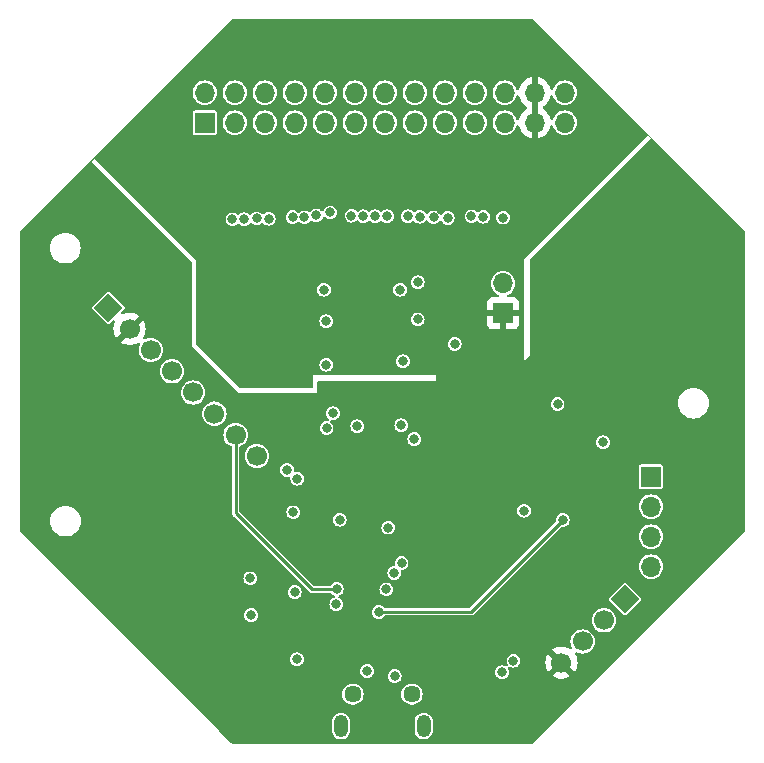
<source format=gbr>
%TF.GenerationSoftware,KiCad,Pcbnew,7.0.1*%
%TF.CreationDate,2023-03-25T19:17:35-04:00*%
%TF.ProjectId,cyton wired,6379746f-6e20-4776-9972-65642e6b6963,rev?*%
%TF.SameCoordinates,Original*%
%TF.FileFunction,Copper,L3,Inr*%
%TF.FilePolarity,Positive*%
%FSLAX46Y46*%
G04 Gerber Fmt 4.6, Leading zero omitted, Abs format (unit mm)*
G04 Created by KiCad (PCBNEW 7.0.1) date 2023-03-25 19:17:35*
%MOMM*%
%LPD*%
G01*
G04 APERTURE LIST*
G04 Aperture macros list*
%AMHorizOval*
0 Thick line with rounded ends*
0 $1 width*
0 $2 $3 position (X,Y) of the first rounded end (center of the circle)*
0 $4 $5 position (X,Y) of the second rounded end (center of the circle)*
0 Add line between two ends*
20,1,$1,$2,$3,$4,$5,0*
0 Add two circle primitives to create the rounded ends*
1,1,$1,$2,$3*
1,1,$1,$4,$5*%
%AMRotRect*
0 Rectangle, with rotation*
0 The origin of the aperture is its center*
0 $1 length*
0 $2 width*
0 $3 Rotation angle, in degrees counterclockwise*
0 Add horizontal line*
21,1,$1,$2,0,0,$3*%
G04 Aperture macros list end*
%TA.AperFunction,ComponentPad*%
%ADD10RotRect,1.700000X1.700000X315.000000*%
%TD*%
%TA.AperFunction,ComponentPad*%
%ADD11HorizOval,1.700000X0.000000X0.000000X0.000000X0.000000X0*%
%TD*%
%TA.AperFunction,ComponentPad*%
%ADD12R,1.700000X1.700000*%
%TD*%
%TA.AperFunction,ComponentPad*%
%ADD13O,1.700000X1.700000*%
%TD*%
%TA.AperFunction,ComponentPad*%
%ADD14O,1.200000X1.900000*%
%TD*%
%TA.AperFunction,ComponentPad*%
%ADD15C,1.450000*%
%TD*%
%TA.AperFunction,ComponentPad*%
%ADD16RotRect,1.700000X1.700000X45.000000*%
%TD*%
%TA.AperFunction,ComponentPad*%
%ADD17HorizOval,1.700000X0.000000X0.000000X0.000000X0.000000X0*%
%TD*%
%TA.AperFunction,ViaPad*%
%ADD18C,0.800000*%
%TD*%
%TA.AperFunction,Conductor*%
%ADD19C,0.250000*%
%TD*%
%TA.AperFunction,Profile*%
%ADD20C,0.101600*%
%TD*%
G04 APERTURE END LIST*
D10*
%TO.N,/D13*%
%TO.C,J3*%
X160248600Y-125323600D03*
D11*
%TO.N,/PGC*%
X158452549Y-127119651D03*
%TO.N,VDD*%
X156656498Y-128915702D03*
%TO.N,GNDA*%
X154860446Y-130711754D03*
%TD*%
D12*
%TO.N,VSSA*%
%TO.C,J1*%
X124663200Y-84988400D03*
D13*
X124663200Y-82448400D03*
%TO.N,/SRB1*%
X127203200Y-84988400D03*
%TO.N,/SRB2*%
X127203200Y-82448400D03*
%TO.N,/1P*%
X129743200Y-84988400D03*
%TO.N,/1N*%
X129743200Y-82448400D03*
%TO.N,/2P*%
X132283200Y-84988400D03*
%TO.N,/2N*%
X132283200Y-82448400D03*
%TO.N,/3P*%
X134823200Y-84988400D03*
%TO.N,/3N*%
X134823200Y-82448400D03*
%TO.N,/4P*%
X137363200Y-84988400D03*
%TO.N,/4N*%
X137363200Y-82448400D03*
%TO.N,/5P*%
X139903200Y-84988400D03*
%TO.N,/5N*%
X139903200Y-82448400D03*
%TO.N,/6P*%
X142443200Y-84988400D03*
%TO.N,/6N*%
X142443200Y-82448400D03*
%TO.N,/7P*%
X144983200Y-84988400D03*
%TO.N,/7N*%
X144983200Y-82448400D03*
%TO.N,/8P*%
X147523200Y-84988400D03*
%TO.N,/8N*%
X147523200Y-82448400D03*
%TO.N,/BIAS*%
X150063200Y-84988400D03*
X150063200Y-82448400D03*
%TO.N,GNDA*%
X152603200Y-84988400D03*
X152603200Y-82448400D03*
%TO.N,VDDA*%
X155143200Y-84988400D03*
X155143200Y-82448400D03*
%TD*%
D12*
%TO.N,/BOOT_EN*%
%TO.C,J5*%
X162433000Y-114960400D03*
D13*
%TO.N,/MCLR*%
X162433000Y-117500400D03*
%TO.N,/D18*%
X162433000Y-120040400D03*
%TO.N,/PGD*%
X162433000Y-122580400D03*
%TD*%
D14*
%TO.N,unconnected-(CONN1-Shield-Pad6)*%
%TO.C,CONN1*%
X136200000Y-136080300D03*
D15*
X137200000Y-133380300D03*
X142200000Y-133380300D03*
D14*
X143200000Y-136080300D03*
%TD*%
D12*
%TO.N,GNDA*%
%TO.C,J4*%
X149910800Y-101142800D03*
D13*
%TO.N,/BIAS_INV*%
X149910800Y-98602800D03*
%TD*%
D16*
%TO.N,VDD*%
%TO.C,J2*%
X116500000Y-100650000D03*
D17*
%TO.N,GNDA*%
X118296051Y-102446051D03*
%TO.N,/MISO*%
X120092102Y-104242102D03*
%TO.N,/SCLK*%
X121888154Y-106038154D03*
%TO.N,/RESET*%
X123684205Y-107834205D03*
%TO.N,/CLK*%
X125480256Y-109630256D03*
%TO.N,/MOSI*%
X127276307Y-111426307D03*
%TO.N,/CS2*%
X129072359Y-113222359D03*
%TD*%
D18*
%TO.N,/Daisy Functionality/_SRB1*%
X127003697Y-93167200D03*
%TO.N,/Daisy Functionality/_SRB2*%
X128003200Y-93167200D03*
%TO.N,/Daisy Functionality/IN1P*%
X129070100Y-93103700D03*
%TO.N,/Daisy Functionality/IN1N*%
X130086327Y-93130684D03*
%TO.N,/Daisy Functionality/IN2P*%
X132096905Y-92986254D03*
%TO.N,/Daisy Functionality/IN2N*%
X133096000Y-93014800D03*
%TO.N,/Daisy Functionality/IN3P*%
X134094731Y-92842500D03*
%TO.N,/Daisy Functionality/IN3N*%
X135275931Y-92594901D03*
%TO.N,/Daisy Functionality/IN4P*%
X137083800Y-92862400D03*
%TO.N,/Daisy Functionality/IN4N*%
X138081846Y-92916348D03*
%TO.N,/Daisy Functionality/IN5P*%
X139081343Y-92913148D03*
%TO.N,/Daisy Functionality/IN5N*%
X140080845Y-92913206D03*
%TO.N,/Daisy Functionality/IN6P*%
X141851353Y-92913928D03*
%TO.N,/Daisy Functionality/IN6N*%
X142849600Y-92964000D03*
%TO.N,/Daisy Functionality/IN7P*%
X144030600Y-93015374D03*
%TO.N,/Daisy Functionality/IN7N*%
X145237200Y-93065600D03*
%TO.N,/Daisy Functionality/IN8P*%
X147243800Y-92913200D03*
%TO.N,/Daisy Functionality/IN8N*%
X148259800Y-92964000D03*
%TO.N,/Daisy Functionality/BIAS_DRV*%
X149923200Y-93027800D03*
%TO.N,VSSA*%
X134950200Y-101803200D03*
X134950200Y-105486200D03*
X141437400Y-105186900D03*
X142697200Y-101650800D03*
%TO.N,Net-(CONN1-VBUS)*%
X138404600Y-131419600D03*
%TO.N,Net-(CONN1-GND)*%
X140741400Y-131851400D03*
%TO.N,VDD*%
X154533600Y-108813600D03*
X128587500Y-126682500D03*
X136093200Y-118618000D03*
X158389700Y-112041500D03*
X135509000Y-109601000D03*
X128524000Y-123571000D03*
X142392400Y-111785400D03*
X149834600Y-131521200D03*
X151688800Y-117856000D03*
X132161451Y-117976279D03*
%TO.N,VDDA*%
X141198600Y-99136200D03*
X134747000Y-99136200D03*
X145821400Y-103733600D03*
%TO.N,Net-(U1-WCT)*%
X142697200Y-98501200D03*
%TO.N,VCOM*%
X150799800Y-130556000D03*
%TO.N,/SCLK*%
X131622800Y-114385100D03*
%TO.N,/RESET*%
X134975600Y-110845600D03*
%TO.N,/MOSI*%
X135839200Y-124485400D03*
%TO.N,/MISO*%
X132486400Y-115138200D03*
%TO.N,/CS1*%
X132283200Y-124739400D03*
X137566400Y-110693200D03*
%TO.N,/PGD*%
X132461000Y-130429000D03*
X140038005Y-124512171D03*
%TO.N,/D13*%
X141325600Y-122275600D03*
%TO.N,/PGC*%
X140699082Y-123117261D03*
%TO.N,/MCLR*%
X154965400Y-118643400D03*
X139395200Y-126424400D03*
%TO.N,/D18*%
X140192758Y-119274400D03*
%TO.N,/DRDY*%
X135788400Y-125774400D03*
X141300200Y-110617000D03*
%TD*%
D19*
%TO.N,/MOSI*%
X135839200Y-124485400D02*
X133731000Y-124485400D01*
X127276307Y-118030707D02*
X127276307Y-111426307D01*
X133731000Y-124485400D02*
X127276307Y-118030707D01*
%TO.N,/MCLR*%
X147218400Y-126390400D02*
X154965400Y-118643400D01*
X139429200Y-126390400D02*
X147218400Y-126390400D01*
X139395200Y-126424400D02*
X139429200Y-126390400D01*
%TD*%
%TA.AperFunction,Conductor*%
%TO.N,GNDA*%
G36*
X152395820Y-76235491D02*
G01*
X152436697Y-76262805D01*
X162114950Y-85941058D01*
X162147562Y-85997542D01*
X162147562Y-86062764D01*
X162114950Y-86119248D01*
X151714200Y-96519998D01*
X151714200Y-105181398D01*
X151714200Y-105181400D01*
X152196800Y-104698800D01*
X152171564Y-96674017D01*
X152181079Y-96625591D01*
X152208465Y-96584534D01*
X162394353Y-86398646D01*
X162450835Y-86366036D01*
X162516057Y-86366036D01*
X162572541Y-86398648D01*
X170320395Y-94146502D01*
X170347709Y-94187379D01*
X170357300Y-94235597D01*
X170357300Y-119480762D01*
X170347726Y-119528939D01*
X170320458Y-119569794D01*
X166901275Y-122993807D01*
X152875844Y-137039047D01*
X152875782Y-137039109D01*
X152411297Y-137503595D01*
X152370419Y-137530909D01*
X152322201Y-137540500D01*
X127001597Y-137540500D01*
X126953379Y-137530909D01*
X126912502Y-137503595D01*
X125882915Y-136474008D01*
X135421700Y-136474008D01*
X135436412Y-136604586D01*
X135494338Y-136770128D01*
X135587651Y-136918635D01*
X135711664Y-137042648D01*
X135711666Y-137042649D01*
X135711667Y-137042650D01*
X135860171Y-137135961D01*
X136025716Y-137193888D01*
X136200000Y-137213525D01*
X136374284Y-137193888D01*
X136539829Y-137135961D01*
X136688333Y-137042650D01*
X136812350Y-136918633D01*
X136905661Y-136770129D01*
X136963588Y-136604584D01*
X136978300Y-136474011D01*
X136978300Y-136474008D01*
X142421700Y-136474008D01*
X142436412Y-136604586D01*
X142494338Y-136770128D01*
X142587651Y-136918635D01*
X142711664Y-137042648D01*
X142711666Y-137042649D01*
X142711667Y-137042650D01*
X142860171Y-137135961D01*
X143025716Y-137193888D01*
X143200000Y-137213525D01*
X143374284Y-137193888D01*
X143539829Y-137135961D01*
X143688333Y-137042650D01*
X143812350Y-136918633D01*
X143905661Y-136770129D01*
X143963588Y-136604584D01*
X143978300Y-136474011D01*
X143978300Y-135686589D01*
X143963588Y-135556016D01*
X143905661Y-135390471D01*
X143812350Y-135241967D01*
X143812349Y-135241966D01*
X143812348Y-135241964D01*
X143688335Y-135117951D01*
X143539828Y-135024638D01*
X143374286Y-134966712D01*
X143200000Y-134947075D01*
X143025713Y-134966712D01*
X142860171Y-135024638D01*
X142711664Y-135117951D01*
X142587651Y-135241964D01*
X142494338Y-135390471D01*
X142436412Y-135556013D01*
X142421700Y-135686592D01*
X142421700Y-136474008D01*
X136978300Y-136474008D01*
X136978300Y-135686589D01*
X136963588Y-135556016D01*
X136905661Y-135390471D01*
X136812350Y-135241967D01*
X136812349Y-135241966D01*
X136812348Y-135241964D01*
X136688335Y-135117951D01*
X136539828Y-135024638D01*
X136374286Y-134966712D01*
X136200000Y-134947075D01*
X136025713Y-134966712D01*
X135860171Y-135024638D01*
X135711664Y-135117951D01*
X135587651Y-135241964D01*
X135494338Y-135390471D01*
X135436412Y-135556013D01*
X135421700Y-135686592D01*
X135421700Y-136474008D01*
X125882915Y-136474008D01*
X122789207Y-133380299D01*
X136291724Y-133380299D01*
X136311572Y-133569142D01*
X136370248Y-133749729D01*
X136465187Y-133914169D01*
X136465189Y-133914171D01*
X136592245Y-134055281D01*
X136745862Y-134166890D01*
X136919327Y-134244122D01*
X137105059Y-134283600D01*
X137294939Y-134283600D01*
X137294941Y-134283600D01*
X137480673Y-134244122D01*
X137654138Y-134166890D01*
X137807755Y-134055281D01*
X137934811Y-133914171D01*
X138029751Y-133749729D01*
X138088428Y-133569141D01*
X138108276Y-133380300D01*
X138108276Y-133380299D01*
X141291724Y-133380299D01*
X141311572Y-133569142D01*
X141370248Y-133749729D01*
X141465187Y-133914169D01*
X141465189Y-133914171D01*
X141592245Y-134055281D01*
X141745862Y-134166890D01*
X141919327Y-134244122D01*
X142105059Y-134283600D01*
X142294939Y-134283600D01*
X142294941Y-134283600D01*
X142480673Y-134244122D01*
X142654138Y-134166890D01*
X142807755Y-134055281D01*
X142934811Y-133914171D01*
X143029751Y-133749729D01*
X143088428Y-133569141D01*
X143108276Y-133380300D01*
X143088428Y-133191459D01*
X143029751Y-133010871D01*
X143029751Y-133010870D01*
X142934812Y-132846430D01*
X142807754Y-132705318D01*
X142654139Y-132593711D01*
X142654138Y-132593710D01*
X142480673Y-132516478D01*
X142294941Y-132477000D01*
X142105059Y-132477000D01*
X141981237Y-132503318D01*
X141919326Y-132516478D01*
X141745860Y-132593711D01*
X141592245Y-132705318D01*
X141465187Y-132846430D01*
X141370248Y-133010870D01*
X141311572Y-133191457D01*
X141291724Y-133380299D01*
X138108276Y-133380299D01*
X138088428Y-133191459D01*
X138029751Y-133010871D01*
X138029751Y-133010870D01*
X137934812Y-132846430D01*
X137807754Y-132705318D01*
X137654139Y-132593711D01*
X137654138Y-132593710D01*
X137480673Y-132516478D01*
X137294941Y-132477000D01*
X137105059Y-132477000D01*
X136981237Y-132503318D01*
X136919326Y-132516478D01*
X136745860Y-132593711D01*
X136592245Y-132705318D01*
X136465187Y-132846430D01*
X136370248Y-133010870D01*
X136311572Y-133191457D01*
X136291724Y-133380299D01*
X122789207Y-133380299D01*
X120828507Y-131419599D01*
X137821310Y-131419599D01*
X137841184Y-131570566D01*
X137899455Y-131711244D01*
X137899456Y-131711245D01*
X137992152Y-131832048D01*
X138112955Y-131924744D01*
X138253633Y-131983015D01*
X138404600Y-132002890D01*
X138555567Y-131983015D01*
X138696245Y-131924744D01*
X138791828Y-131851400D01*
X140158110Y-131851400D01*
X140177984Y-132002366D01*
X140236255Y-132143044D01*
X140236256Y-132143045D01*
X140328952Y-132263848D01*
X140449755Y-132356544D01*
X140590433Y-132414815D01*
X140741400Y-132434690D01*
X140892367Y-132414815D01*
X141033045Y-132356544D01*
X141153848Y-132263848D01*
X141246544Y-132143045D01*
X141304815Y-132002367D01*
X141324690Y-131851400D01*
X141304815Y-131700433D01*
X141246544Y-131559755D01*
X141216960Y-131521200D01*
X149251310Y-131521200D01*
X149271184Y-131672166D01*
X149329455Y-131812844D01*
X149329456Y-131812845D01*
X149422152Y-131933648D01*
X149542955Y-132026344D01*
X149683633Y-132084615D01*
X149834600Y-132104490D01*
X149985567Y-132084615D01*
X150126245Y-132026344D01*
X150247048Y-131933648D01*
X150321475Y-131836653D01*
X154094756Y-131836653D01*
X154115143Y-131852521D01*
X154313074Y-131959636D01*
X154525937Y-132032711D01*
X154747916Y-132069754D01*
X154972976Y-132069754D01*
X155194954Y-132032711D01*
X155407814Y-131959637D01*
X155605751Y-131852518D01*
X155626134Y-131836653D01*
X155626135Y-131836652D01*
X154860447Y-131070964D01*
X154860446Y-131070964D01*
X154094756Y-131836653D01*
X150321475Y-131836653D01*
X150339744Y-131812845D01*
X150398015Y-131672167D01*
X150417890Y-131521200D01*
X150398015Y-131370233D01*
X150339744Y-131229555D01*
X150339743Y-131229554D01*
X150337068Y-131223095D01*
X150327865Y-131164991D01*
X150346044Y-131109042D01*
X150387642Y-131067444D01*
X150443591Y-131049265D01*
X150501695Y-131058468D01*
X150508154Y-131061143D01*
X150508155Y-131061144D01*
X150648833Y-131119415D01*
X150799800Y-131139290D01*
X150950767Y-131119415D01*
X151091445Y-131061144D01*
X151212248Y-130968448D01*
X151304944Y-130847645D01*
X151361233Y-130711753D01*
X153497792Y-130711753D01*
X153516377Y-130936037D01*
X153571626Y-131154210D01*
X153662026Y-131360302D01*
X153737368Y-131475620D01*
X154501236Y-130711754D01*
X153737368Y-129947887D01*
X153662026Y-130063205D01*
X153571626Y-130269297D01*
X153516377Y-130487470D01*
X153497792Y-130711753D01*
X151361233Y-130711753D01*
X151363215Y-130706967D01*
X151383090Y-130556000D01*
X151363215Y-130405033D01*
X151304944Y-130264355D01*
X151212248Y-130143552D01*
X151119550Y-130072422D01*
X151091444Y-130050855D01*
X150950766Y-129992584D01*
X150799800Y-129972710D01*
X150648833Y-129992584D01*
X150508155Y-130050855D01*
X150387352Y-130143552D01*
X150294655Y-130264355D01*
X150236384Y-130405033D01*
X150216510Y-130556000D01*
X150236384Y-130706966D01*
X150297331Y-130854104D01*
X150306534Y-130912208D01*
X150288355Y-130968157D01*
X150246757Y-131009755D01*
X150190808Y-131027934D01*
X150132704Y-131018731D01*
X149985566Y-130957784D01*
X149834600Y-130937910D01*
X149683633Y-130957784D01*
X149542955Y-131016055D01*
X149422152Y-131108752D01*
X149329455Y-131229555D01*
X149271184Y-131370233D01*
X149251310Y-131521200D01*
X141216960Y-131521200D01*
X141153848Y-131438952D01*
X141033045Y-131346256D01*
X141033044Y-131346255D01*
X140892366Y-131287984D01*
X140761274Y-131270726D01*
X140741400Y-131268110D01*
X140741399Y-131268110D01*
X140590433Y-131287984D01*
X140449755Y-131346255D01*
X140328952Y-131438952D01*
X140236255Y-131559755D01*
X140177984Y-131700433D01*
X140158110Y-131851400D01*
X138791828Y-131851400D01*
X138817048Y-131832048D01*
X138909744Y-131711245D01*
X138968015Y-131570567D01*
X138987890Y-131419600D01*
X138968015Y-131268633D01*
X138909744Y-131127955D01*
X138817048Y-131007152D01*
X138696245Y-130914456D01*
X138696244Y-130914455D01*
X138555566Y-130856184D01*
X138424473Y-130838926D01*
X138404600Y-130836310D01*
X138404599Y-130836310D01*
X138253633Y-130856184D01*
X138112955Y-130914455D01*
X137992152Y-131007152D01*
X137899455Y-131127955D01*
X137841184Y-131268633D01*
X137821310Y-131419599D01*
X120828507Y-131419599D01*
X119837908Y-130429000D01*
X131877710Y-130429000D01*
X131897584Y-130579966D01*
X131955855Y-130720644D01*
X131955856Y-130720645D01*
X132048552Y-130841448D01*
X132169355Y-130934144D01*
X132310033Y-130992415D01*
X132461000Y-131012290D01*
X132611967Y-130992415D01*
X132752645Y-130934144D01*
X132873448Y-130841448D01*
X132966144Y-130720645D01*
X133024415Y-130579967D01*
X133044290Y-130429000D01*
X133024415Y-130278033D01*
X132966144Y-130137355D01*
X132873448Y-130016552D01*
X132780750Y-129945422D01*
X132752644Y-129923855D01*
X132611966Y-129865584D01*
X132461000Y-129845710D01*
X132310033Y-129865584D01*
X132169355Y-129923855D01*
X132048552Y-130016552D01*
X131955855Y-130137355D01*
X131897584Y-130278033D01*
X131877710Y-130429000D01*
X119837908Y-130429000D01*
X118995762Y-129586854D01*
X154094756Y-129586854D01*
X154860446Y-130352543D01*
X154860446Y-130352544D01*
X155983522Y-131475621D01*
X155983523Y-131475620D01*
X156058864Y-131360305D01*
X156149265Y-131154211D01*
X156204514Y-130936037D01*
X156223099Y-130711753D01*
X156204514Y-130487470D01*
X156149265Y-130269297D01*
X156058864Y-130063203D01*
X156025938Y-130012807D01*
X156005582Y-129950269D01*
X156019510Y-129885993D01*
X156063927Y-129837491D01*
X156126733Y-129817977D01*
X156190816Y-129832768D01*
X156261080Y-129870325D01*
X156454916Y-129929124D01*
X156656498Y-129948978D01*
X156858080Y-129929124D01*
X157051916Y-129870325D01*
X157230555Y-129774840D01*
X157387134Y-129646338D01*
X157515636Y-129489759D01*
X157611121Y-129311120D01*
X157669920Y-129117284D01*
X157689774Y-128915702D01*
X157669920Y-128714120D01*
X157611121Y-128520284D01*
X157515636Y-128341645D01*
X157387134Y-128185065D01*
X157230554Y-128056563D01*
X157051918Y-127961080D01*
X157051917Y-127961079D01*
X157051916Y-127961079D01*
X156858080Y-127902280D01*
X156858077Y-127902279D01*
X156858075Y-127902279D01*
X156656498Y-127882425D01*
X156454920Y-127902279D01*
X156454917Y-127902279D01*
X156454916Y-127902280D01*
X156261080Y-127961079D01*
X156261077Y-127961080D01*
X156082441Y-128056563D01*
X155925861Y-128185065D01*
X155797359Y-128341645D01*
X155701876Y-128520281D01*
X155643075Y-128714124D01*
X155623221Y-128915701D01*
X155643075Y-129117279D01*
X155643075Y-129117281D01*
X155643076Y-129117284D01*
X155701875Y-129311120D01*
X155724663Y-129353754D01*
X155738792Y-129380186D01*
X155753643Y-129442186D01*
X155736243Y-129503519D01*
X155691046Y-129548483D01*
X155629623Y-129565567D01*
X155567701Y-129550396D01*
X155407817Y-129463871D01*
X155194954Y-129390796D01*
X154972976Y-129353754D01*
X154747916Y-129353754D01*
X154525937Y-129390796D01*
X154313074Y-129463871D01*
X154115146Y-129570985D01*
X154094756Y-129586853D01*
X154094756Y-129586854D01*
X118995762Y-129586854D01*
X116091408Y-126682500D01*
X128004210Y-126682500D01*
X128024084Y-126833466D01*
X128082355Y-126974144D01*
X128082356Y-126974145D01*
X128175052Y-127094948D01*
X128295855Y-127187644D01*
X128436533Y-127245915D01*
X128587500Y-127265790D01*
X128738467Y-127245915D01*
X128879145Y-127187644D01*
X128967756Y-127119650D01*
X157419272Y-127119650D01*
X157439126Y-127321228D01*
X157439126Y-127321230D01*
X157439127Y-127321233D01*
X157497926Y-127515069D01*
X157497927Y-127515071D01*
X157593410Y-127693707D01*
X157721912Y-127850287D01*
X157785266Y-127902280D01*
X157878492Y-127978789D01*
X158057131Y-128074274D01*
X158250967Y-128133073D01*
X158452549Y-128152927D01*
X158654131Y-128133073D01*
X158847967Y-128074274D01*
X159026606Y-127978789D01*
X159183185Y-127850287D01*
X159311687Y-127693708D01*
X159407172Y-127515069D01*
X159465971Y-127321233D01*
X159485825Y-127119651D01*
X159465971Y-126918069D01*
X159407172Y-126724233D01*
X159311687Y-126545594D01*
X159300147Y-126531533D01*
X159183185Y-126389014D01*
X159026605Y-126260512D01*
X158847969Y-126165029D01*
X158847968Y-126165028D01*
X158847967Y-126165028D01*
X158654131Y-126106229D01*
X158654128Y-126106228D01*
X158654126Y-126106228D01*
X158452549Y-126086374D01*
X158250971Y-126106228D01*
X158250968Y-126106228D01*
X158250967Y-126106229D01*
X158163522Y-126132755D01*
X158057128Y-126165029D01*
X157878492Y-126260512D01*
X157721912Y-126389014D01*
X157593410Y-126545594D01*
X157497927Y-126724230D01*
X157439126Y-126918073D01*
X157419272Y-127119650D01*
X128967756Y-127119650D01*
X128999948Y-127094948D01*
X129092644Y-126974145D01*
X129150915Y-126833467D01*
X129170790Y-126682500D01*
X129150915Y-126531533D01*
X129106538Y-126424399D01*
X138811910Y-126424399D01*
X138831784Y-126575366D01*
X138890055Y-126716044D01*
X138896339Y-126724233D01*
X138982752Y-126836848D01*
X139103555Y-126929544D01*
X139244233Y-126987815D01*
X139395200Y-127007690D01*
X139546167Y-126987815D01*
X139686845Y-126929544D01*
X139807648Y-126836848D01*
X139879663Y-126742996D01*
X139923898Y-126706694D01*
X139979626Y-126693700D01*
X147148370Y-126693700D01*
X147165381Y-126696474D01*
X147175768Y-126695994D01*
X147175771Y-126695995D01*
X147222511Y-126693834D01*
X147228330Y-126693700D01*
X147247524Y-126693700D01*
X147262170Y-126692000D01*
X147289044Y-126690758D01*
X147295346Y-126687974D01*
X147323086Y-126679384D01*
X147329863Y-126678118D01*
X147352739Y-126663952D01*
X147368172Y-126655818D01*
X147392775Y-126644956D01*
X147397645Y-126640085D01*
X147420411Y-126622051D01*
X147426271Y-126618424D01*
X147442490Y-126596945D01*
X147453932Y-126583797D01*
X148714129Y-125323600D01*
X158864726Y-125323600D01*
X158878563Y-125393168D01*
X158908026Y-125437263D01*
X160134936Y-126664172D01*
X160134939Y-126664174D01*
X160134940Y-126664175D01*
X160179031Y-126693636D01*
X160248600Y-126707474D01*
X160318169Y-126693636D01*
X160362260Y-126664176D01*
X161589175Y-125437260D01*
X161618636Y-125393169D01*
X161632474Y-125323600D01*
X161618636Y-125254031D01*
X161589176Y-125209940D01*
X161589175Y-125209939D01*
X161589173Y-125209936D01*
X160362263Y-123983027D01*
X160318169Y-123953564D01*
X160293992Y-123948755D01*
X160248600Y-123939726D01*
X160248599Y-123939726D01*
X160179031Y-123953563D01*
X160134936Y-123983026D01*
X158908027Y-125209936D01*
X158878564Y-125254030D01*
X158864726Y-125323600D01*
X148714129Y-125323600D01*
X151457329Y-122580400D01*
X161399723Y-122580400D01*
X161419577Y-122781977D01*
X161419577Y-122781979D01*
X161419578Y-122781982D01*
X161475488Y-122966294D01*
X161478378Y-122975820D01*
X161573861Y-123154456D01*
X161702363Y-123311036D01*
X161821617Y-123408905D01*
X161858943Y-123439538D01*
X162037582Y-123535023D01*
X162231418Y-123593822D01*
X162433000Y-123613676D01*
X162634582Y-123593822D01*
X162828418Y-123535023D01*
X163007057Y-123439538D01*
X163163636Y-123311036D01*
X163292138Y-123154457D01*
X163387623Y-122975818D01*
X163446422Y-122781982D01*
X163466276Y-122580400D01*
X163446422Y-122378818D01*
X163387623Y-122184982D01*
X163292138Y-122006343D01*
X163273765Y-121983955D01*
X163163636Y-121849763D01*
X163007056Y-121721261D01*
X162828420Y-121625778D01*
X162828419Y-121625777D01*
X162828418Y-121625777D01*
X162634582Y-121566978D01*
X162634579Y-121566977D01*
X162634577Y-121566977D01*
X162433000Y-121547123D01*
X162231422Y-121566977D01*
X162231419Y-121566977D01*
X162231418Y-121566978D01*
X162037582Y-121625777D01*
X162037579Y-121625778D01*
X161858943Y-121721261D01*
X161702363Y-121849763D01*
X161573861Y-122006343D01*
X161478378Y-122184979D01*
X161419577Y-122378822D01*
X161399723Y-122580400D01*
X151457329Y-122580400D01*
X153997330Y-120040399D01*
X161399723Y-120040399D01*
X161419577Y-120241977D01*
X161419577Y-120241979D01*
X161419578Y-120241982D01*
X161478377Y-120435818D01*
X161478378Y-120435820D01*
X161573861Y-120614456D01*
X161702363Y-120771036D01*
X161858943Y-120899538D01*
X162037582Y-120995023D01*
X162231418Y-121053822D01*
X162433000Y-121073676D01*
X162634582Y-121053822D01*
X162828418Y-120995023D01*
X163007057Y-120899538D01*
X163163636Y-120771036D01*
X163292138Y-120614457D01*
X163387623Y-120435818D01*
X163446422Y-120241982D01*
X163466276Y-120040400D01*
X163446422Y-119838818D01*
X163387623Y-119644982D01*
X163292138Y-119466343D01*
X163258509Y-119425366D01*
X163163636Y-119309763D01*
X163007056Y-119181261D01*
X162828420Y-119085778D01*
X162828419Y-119085777D01*
X162828418Y-119085777D01*
X162634582Y-119026978D01*
X162634579Y-119026977D01*
X162634577Y-119026977D01*
X162433000Y-119007123D01*
X162231422Y-119026977D01*
X162231419Y-119026977D01*
X162231418Y-119026978D01*
X162136249Y-119055847D01*
X162037579Y-119085778D01*
X161858943Y-119181261D01*
X161702363Y-119309763D01*
X161573861Y-119466343D01*
X161478378Y-119644979D01*
X161478377Y-119644981D01*
X161478377Y-119644982D01*
X161437559Y-119779544D01*
X161419577Y-119838822D01*
X161399723Y-120040399D01*
X153997330Y-120040399D01*
X154785062Y-119252667D01*
X154833654Y-119222451D01*
X154890599Y-119216842D01*
X154965400Y-119226690D01*
X155116367Y-119206815D01*
X155257045Y-119148544D01*
X155377848Y-119055848D01*
X155470544Y-118935045D01*
X155528815Y-118794367D01*
X155548690Y-118643400D01*
X155528815Y-118492433D01*
X155470544Y-118351755D01*
X155377848Y-118230952D01*
X155257045Y-118138256D01*
X155257044Y-118138255D01*
X155116366Y-118079984D01*
X154965400Y-118060110D01*
X154814433Y-118079984D01*
X154673755Y-118138255D01*
X154552952Y-118230952D01*
X154460255Y-118351755D01*
X154401984Y-118492433D01*
X154382110Y-118643400D01*
X154391956Y-118718199D01*
X154386347Y-118775145D01*
X154356129Y-118823738D01*
X147129674Y-126050195D01*
X147088797Y-126077509D01*
X147040579Y-126087100D01*
X139927447Y-126087100D01*
X139871719Y-126074106D01*
X139827485Y-126037804D01*
X139807649Y-126011953D01*
X139686844Y-125919255D01*
X139546166Y-125860984D01*
X139415073Y-125843726D01*
X139395200Y-125841110D01*
X139395199Y-125841110D01*
X139244233Y-125860984D01*
X139103555Y-125919255D01*
X138982752Y-126011952D01*
X138890055Y-126132755D01*
X138831784Y-126273433D01*
X138811910Y-126424399D01*
X129106538Y-126424399D01*
X129092644Y-126390855D01*
X128999948Y-126270052D01*
X128879145Y-126177356D01*
X128879144Y-126177355D01*
X128738466Y-126119084D01*
X128587500Y-126099210D01*
X128436533Y-126119084D01*
X128295855Y-126177355D01*
X128175052Y-126270052D01*
X128082355Y-126390855D01*
X128024084Y-126531533D01*
X128004210Y-126682500D01*
X116091408Y-126682500D01*
X114148308Y-124739400D01*
X131699910Y-124739400D01*
X131719784Y-124890366D01*
X131778055Y-125031044D01*
X131778056Y-125031045D01*
X131870752Y-125151848D01*
X131991555Y-125244544D01*
X132132233Y-125302815D01*
X132283200Y-125322690D01*
X132434167Y-125302815D01*
X132574845Y-125244544D01*
X132695648Y-125151848D01*
X132788344Y-125031045D01*
X132846615Y-124890367D01*
X132866490Y-124739400D01*
X132846615Y-124588433D01*
X132788344Y-124447755D01*
X132695648Y-124326952D01*
X132574845Y-124234256D01*
X132574844Y-124234255D01*
X132434166Y-124175984D01*
X132303073Y-124158726D01*
X132283200Y-124156110D01*
X132283199Y-124156110D01*
X132132233Y-124175984D01*
X131991555Y-124234255D01*
X131870752Y-124326952D01*
X131778055Y-124447755D01*
X131719784Y-124588433D01*
X131699910Y-124739400D01*
X114148308Y-124739400D01*
X112979907Y-123570999D01*
X127940710Y-123570999D01*
X127960584Y-123721966D01*
X128018855Y-123862644D01*
X128018856Y-123862645D01*
X128111552Y-123983448D01*
X128232355Y-124076144D01*
X128373033Y-124134415D01*
X128524000Y-124154290D01*
X128674967Y-124134415D01*
X128815645Y-124076144D01*
X128936448Y-123983448D01*
X129029144Y-123862645D01*
X129087415Y-123721967D01*
X129107290Y-123571000D01*
X129087415Y-123420033D01*
X129029144Y-123279355D01*
X128936448Y-123158552D01*
X128815645Y-123065856D01*
X128815644Y-123065855D01*
X128674966Y-123007584D01*
X128524000Y-122987710D01*
X128373033Y-123007584D01*
X128232355Y-123065855D01*
X128111552Y-123158552D01*
X128018855Y-123279355D01*
X127960584Y-123420033D01*
X127940710Y-123570999D01*
X112979907Y-123570999D01*
X109028805Y-119619897D01*
X109001491Y-119579020D01*
X108991900Y-119530802D01*
X108991900Y-118719599D01*
X111572132Y-118719599D01*
X111591965Y-118946292D01*
X111650860Y-119166095D01*
X111691231Y-119252669D01*
X111747032Y-119372334D01*
X111877553Y-119558739D01*
X112038461Y-119719647D01*
X112224866Y-119850168D01*
X112431104Y-119946339D01*
X112650908Y-120005235D01*
X112820816Y-120020100D01*
X112934379Y-120020100D01*
X112934384Y-120020100D01*
X113104292Y-120005235D01*
X113324096Y-119946339D01*
X113530334Y-119850168D01*
X113716739Y-119719647D01*
X113877647Y-119558739D01*
X114008168Y-119372334D01*
X114104339Y-119166096D01*
X114163235Y-118946292D01*
X114183068Y-118719600D01*
X114163235Y-118492908D01*
X114104339Y-118273104D01*
X114008168Y-118066866D01*
X113877647Y-117880461D01*
X113716739Y-117719553D01*
X113530334Y-117589032D01*
X113530333Y-117589031D01*
X113324095Y-117492860D01*
X113104292Y-117433965D01*
X112934384Y-117419100D01*
X112820816Y-117419100D01*
X112679225Y-117431487D01*
X112650907Y-117433965D01*
X112431104Y-117492860D01*
X112224865Y-117589032D01*
X112038458Y-117719555D01*
X111877555Y-117880458D01*
X111747032Y-118066865D01*
X111650860Y-118273104D01*
X111591965Y-118492907D01*
X111572132Y-118719599D01*
X108991900Y-118719599D01*
X108991900Y-111426306D01*
X126243030Y-111426306D01*
X126262884Y-111627884D01*
X126262884Y-111627886D01*
X126262885Y-111627889D01*
X126299883Y-111749855D01*
X126321685Y-111821727D01*
X126417168Y-112000363D01*
X126545670Y-112156943D01*
X126609024Y-112208936D01*
X126702250Y-112285445D01*
X126880889Y-112380930D01*
X126883582Y-112381747D01*
X126930083Y-112407588D01*
X126961775Y-112450319D01*
X126973007Y-112502321D01*
X126973007Y-117960677D01*
X126970232Y-117977688D01*
X126972873Y-118034819D01*
X126973007Y-118040637D01*
X126973007Y-118059822D01*
X126974705Y-118074473D01*
X126975948Y-118101350D01*
X126978733Y-118107657D01*
X126987321Y-118135390D01*
X126988588Y-118142168D01*
X126988588Y-118142169D01*
X126988589Y-118142170D01*
X126991978Y-118147644D01*
X127002749Y-118165038D01*
X127010885Y-118180474D01*
X127021751Y-118205082D01*
X127026623Y-118209954D01*
X127044654Y-118232717D01*
X127048282Y-118238577D01*
X127069750Y-118254789D01*
X127082913Y-118266244D01*
X133467017Y-124650348D01*
X133477084Y-124664339D01*
X133519350Y-124702870D01*
X133523539Y-124706870D01*
X133536408Y-124719739D01*
X133537130Y-124720461D01*
X133548687Y-124729615D01*
X133568567Y-124747738D01*
X133574996Y-124750229D01*
X133600685Y-124763769D01*
X133606369Y-124767663D01*
X133632556Y-124773821D01*
X133649217Y-124778981D01*
X133674303Y-124788700D01*
X133681196Y-124788700D01*
X133710042Y-124792046D01*
X133716749Y-124793624D01*
X133740510Y-124790309D01*
X133743389Y-124789908D01*
X133760796Y-124788700D01*
X135280863Y-124788700D01*
X135336591Y-124801694D01*
X135380824Y-124837994D01*
X135426752Y-124897848D01*
X135547555Y-124990544D01*
X135577553Y-125002969D01*
X135625145Y-125037546D01*
X135651853Y-125089962D01*
X135651854Y-125148791D01*
X135625147Y-125201207D01*
X135577554Y-125235786D01*
X135496757Y-125269253D01*
X135375952Y-125361952D01*
X135283255Y-125482755D01*
X135224984Y-125623433D01*
X135205110Y-125774399D01*
X135224984Y-125925366D01*
X135283255Y-126066044D01*
X135283256Y-126066045D01*
X135375952Y-126186848D01*
X135496755Y-126279544D01*
X135637433Y-126337815D01*
X135788400Y-126357690D01*
X135939367Y-126337815D01*
X136080045Y-126279544D01*
X136200848Y-126186848D01*
X136293544Y-126066045D01*
X136351815Y-125925367D01*
X136371690Y-125774400D01*
X136351815Y-125623433D01*
X136293544Y-125482755D01*
X136200848Y-125361952D01*
X136080045Y-125269256D01*
X136080044Y-125269255D01*
X136050046Y-125256830D01*
X136002453Y-125222252D01*
X135975745Y-125169835D01*
X135975745Y-125111007D01*
X136002453Y-125058590D01*
X136050046Y-125024012D01*
X136066214Y-125017315D01*
X136130845Y-124990544D01*
X136251648Y-124897848D01*
X136344344Y-124777045D01*
X136402615Y-124636367D01*
X136418966Y-124512171D01*
X139454715Y-124512171D01*
X139474589Y-124663137D01*
X139532860Y-124803815D01*
X139532861Y-124803816D01*
X139625557Y-124924619D01*
X139746360Y-125017315D01*
X139887038Y-125075586D01*
X140038005Y-125095461D01*
X140188972Y-125075586D01*
X140329650Y-125017315D01*
X140450453Y-124924619D01*
X140543149Y-124803816D01*
X140601420Y-124663138D01*
X140621295Y-124512171D01*
X140601420Y-124361204D01*
X140543149Y-124220526D01*
X140450453Y-124099723D01*
X140329650Y-124007027D01*
X140329649Y-124007026D01*
X140188971Y-123948755D01*
X140057879Y-123931497D01*
X140038005Y-123928881D01*
X140038004Y-123928881D01*
X139887038Y-123948755D01*
X139746360Y-124007026D01*
X139625557Y-124099723D01*
X139532860Y-124220526D01*
X139474589Y-124361204D01*
X139454715Y-124512171D01*
X136418966Y-124512171D01*
X136422490Y-124485400D01*
X136402615Y-124334433D01*
X136344344Y-124193755D01*
X136251648Y-124072952D01*
X136134454Y-123983025D01*
X136130844Y-123980255D01*
X135990166Y-123921984D01*
X135839200Y-123902110D01*
X135688233Y-123921984D01*
X135547555Y-123980255D01*
X135426752Y-124072952D01*
X135380825Y-124132805D01*
X135336591Y-124169106D01*
X135280863Y-124182100D01*
X133908821Y-124182100D01*
X133860603Y-124172509D01*
X133819726Y-124145195D01*
X132791791Y-123117260D01*
X140115792Y-123117260D01*
X140135666Y-123268227D01*
X140193937Y-123408905D01*
X140193938Y-123408906D01*
X140286634Y-123529709D01*
X140407437Y-123622405D01*
X140548115Y-123680676D01*
X140699082Y-123700551D01*
X140850049Y-123680676D01*
X140990727Y-123622405D01*
X141111530Y-123529709D01*
X141204226Y-123408906D01*
X141262497Y-123268228D01*
X141282372Y-123117261D01*
X141266119Y-122993806D01*
X141274632Y-122929142D01*
X141314338Y-122877398D01*
X141374593Y-122852439D01*
X141476567Y-122839015D01*
X141617245Y-122780744D01*
X141738048Y-122688048D01*
X141830744Y-122567245D01*
X141889015Y-122426567D01*
X141908890Y-122275600D01*
X141889015Y-122124633D01*
X141830744Y-121983955D01*
X141738048Y-121863152D01*
X141617245Y-121770456D01*
X141617244Y-121770455D01*
X141476566Y-121712184D01*
X141325600Y-121692310D01*
X141174633Y-121712184D01*
X141033955Y-121770455D01*
X140913152Y-121863152D01*
X140820455Y-121983955D01*
X140762184Y-122124633D01*
X140742310Y-122275600D01*
X140758562Y-122399054D01*
X140750049Y-122463718D01*
X140710344Y-122515462D01*
X140650086Y-122540421D01*
X140548115Y-122553845D01*
X140407437Y-122612116D01*
X140286634Y-122704813D01*
X140193937Y-122825616D01*
X140135666Y-122966294D01*
X140115792Y-123117260D01*
X132791791Y-123117260D01*
X128948931Y-119274400D01*
X139609468Y-119274400D01*
X139629342Y-119425366D01*
X139687613Y-119566044D01*
X139701071Y-119583583D01*
X139780310Y-119686848D01*
X139901113Y-119779544D01*
X140041791Y-119837815D01*
X140192758Y-119857690D01*
X140343725Y-119837815D01*
X140484403Y-119779544D01*
X140605206Y-119686848D01*
X140697902Y-119566045D01*
X140756173Y-119425367D01*
X140776048Y-119274400D01*
X140756173Y-119123433D01*
X140697902Y-118982755D01*
X140605206Y-118861952D01*
X140512509Y-118790822D01*
X140484402Y-118769255D01*
X140343724Y-118710984D01*
X140192758Y-118691110D01*
X140041791Y-118710984D01*
X139901113Y-118769255D01*
X139780310Y-118861952D01*
X139687613Y-118982755D01*
X139629342Y-119123433D01*
X139609468Y-119274400D01*
X128948931Y-119274400D01*
X128292531Y-118618000D01*
X135509910Y-118618000D01*
X135529784Y-118768966D01*
X135588055Y-118909644D01*
X135588056Y-118909645D01*
X135680752Y-119030448D01*
X135801555Y-119123144D01*
X135942233Y-119181415D01*
X136093200Y-119201290D01*
X136244167Y-119181415D01*
X136384845Y-119123144D01*
X136505648Y-119030448D01*
X136598344Y-118909645D01*
X136656615Y-118768967D01*
X136676490Y-118618000D01*
X136656615Y-118467033D01*
X136598344Y-118326355D01*
X136505648Y-118205552D01*
X136384845Y-118112856D01*
X136384844Y-118112855D01*
X136244166Y-118054584D01*
X136093200Y-118034710D01*
X135942233Y-118054584D01*
X135801555Y-118112855D01*
X135680752Y-118205552D01*
X135588055Y-118326355D01*
X135529784Y-118467033D01*
X135509910Y-118618000D01*
X128292531Y-118618000D01*
X127650810Y-117976279D01*
X131578161Y-117976279D01*
X131578813Y-117981231D01*
X131598035Y-118127245D01*
X131656306Y-118267923D01*
X131656307Y-118267924D01*
X131749003Y-118388727D01*
X131869806Y-118481423D01*
X132010484Y-118539694D01*
X132161451Y-118559569D01*
X132312418Y-118539694D01*
X132453096Y-118481423D01*
X132573899Y-118388727D01*
X132666595Y-118267924D01*
X132724866Y-118127246D01*
X132744741Y-117976279D01*
X132728906Y-117856000D01*
X151105510Y-117856000D01*
X151125384Y-118006966D01*
X151183655Y-118147644D01*
X151183656Y-118147645D01*
X151276352Y-118268448D01*
X151397155Y-118361144D01*
X151537833Y-118419415D01*
X151688800Y-118439290D01*
X151839767Y-118419415D01*
X151980445Y-118361144D01*
X152101248Y-118268448D01*
X152193944Y-118147645D01*
X152252215Y-118006967D01*
X152272090Y-117856000D01*
X152252215Y-117705033D01*
X152193944Y-117564355D01*
X152144869Y-117500399D01*
X161399723Y-117500399D01*
X161419577Y-117701977D01*
X161419577Y-117701979D01*
X161419578Y-117701982D01*
X161473718Y-117880458D01*
X161478378Y-117895820D01*
X161573861Y-118074456D01*
X161702363Y-118231036D01*
X161849459Y-118351755D01*
X161858943Y-118359538D01*
X162037582Y-118455023D01*
X162231418Y-118513822D01*
X162433000Y-118533676D01*
X162634582Y-118513822D01*
X162828418Y-118455023D01*
X163007057Y-118359538D01*
X163163636Y-118231036D01*
X163292138Y-118074457D01*
X163387623Y-117895818D01*
X163446422Y-117701982D01*
X163466276Y-117500400D01*
X163465533Y-117492861D01*
X163446422Y-117298822D01*
X163446422Y-117298818D01*
X163387623Y-117104982D01*
X163292138Y-116926343D01*
X163163636Y-116769763D01*
X163007056Y-116641261D01*
X162828420Y-116545778D01*
X162828419Y-116545777D01*
X162828418Y-116545777D01*
X162634582Y-116486978D01*
X162634579Y-116486977D01*
X162634577Y-116486977D01*
X162433000Y-116467123D01*
X162231422Y-116486977D01*
X162231419Y-116486977D01*
X162231418Y-116486978D01*
X162037582Y-116545777D01*
X162037579Y-116545778D01*
X161858943Y-116641261D01*
X161702363Y-116769763D01*
X161573861Y-116926343D01*
X161478378Y-117104979D01*
X161419577Y-117298822D01*
X161399723Y-117500399D01*
X152144869Y-117500399D01*
X152101248Y-117443552D01*
X151980445Y-117350856D01*
X151980444Y-117350855D01*
X151839766Y-117292584D01*
X151688800Y-117272710D01*
X151537833Y-117292584D01*
X151397155Y-117350855D01*
X151276352Y-117443552D01*
X151183655Y-117564355D01*
X151125384Y-117705033D01*
X151105510Y-117856000D01*
X132728906Y-117856000D01*
X132724866Y-117825312D01*
X132666595Y-117684634D01*
X132573899Y-117563831D01*
X132453096Y-117471135D01*
X132453095Y-117471134D01*
X132312417Y-117412863D01*
X132161451Y-117392989D01*
X132010484Y-117412863D01*
X131869806Y-117471134D01*
X131749003Y-117563831D01*
X131656306Y-117684634D01*
X131598035Y-117825312D01*
X131582676Y-117941981D01*
X131578161Y-117976279D01*
X127650810Y-117976279D01*
X127616512Y-117941981D01*
X127589198Y-117901104D01*
X127579607Y-117852886D01*
X127579607Y-115827962D01*
X161404700Y-115827962D01*
X161415044Y-115879968D01*
X161415045Y-115879969D01*
X161454453Y-115938947D01*
X161513431Y-115978355D01*
X161565439Y-115988700D01*
X163300560Y-115988699D01*
X163300562Y-115988699D01*
X163335232Y-115981802D01*
X163352569Y-115978355D01*
X163411547Y-115938947D01*
X163450955Y-115879969D01*
X163461300Y-115827961D01*
X163461299Y-114092840D01*
X163461299Y-114092839D01*
X163461299Y-114092837D01*
X163450955Y-114040831D01*
X163411547Y-113981853D01*
X163352569Y-113942445D01*
X163352564Y-113942444D01*
X163300561Y-113932100D01*
X163300559Y-113932100D01*
X161565437Y-113932100D01*
X161513431Y-113942444D01*
X161454453Y-113981852D01*
X161415045Y-114040830D01*
X161415044Y-114040831D01*
X161415045Y-114040831D01*
X161404701Y-114092837D01*
X161404700Y-114092840D01*
X161404700Y-115827962D01*
X127579607Y-115827962D01*
X127579607Y-114385099D01*
X131039510Y-114385099D01*
X131059384Y-114536066D01*
X131117655Y-114676744D01*
X131117656Y-114676745D01*
X131210352Y-114797548D01*
X131331155Y-114890244D01*
X131471833Y-114948515D01*
X131622800Y-114968390D01*
X131749821Y-114951667D01*
X131768003Y-114949274D01*
X131824951Y-114954883D01*
X131873544Y-114985100D01*
X131903762Y-115033694D01*
X131909371Y-115090642D01*
X131903110Y-115138199D01*
X131922984Y-115289166D01*
X131981255Y-115429844D01*
X131981256Y-115429845D01*
X132073952Y-115550648D01*
X132194755Y-115643344D01*
X132335433Y-115701615D01*
X132486400Y-115721490D01*
X132637367Y-115701615D01*
X132778045Y-115643344D01*
X132898848Y-115550648D01*
X132991544Y-115429845D01*
X133049815Y-115289167D01*
X133069690Y-115138200D01*
X133049815Y-114987233D01*
X132991544Y-114846555D01*
X132898848Y-114725752D01*
X132778045Y-114633056D01*
X132778044Y-114633055D01*
X132637366Y-114574784D01*
X132486399Y-114554909D01*
X132341195Y-114574025D01*
X132284247Y-114568416D01*
X132235654Y-114538197D01*
X132205436Y-114489603D01*
X132199828Y-114432660D01*
X132206090Y-114385100D01*
X132186215Y-114234133D01*
X132127944Y-114093455D01*
X132035248Y-113972652D01*
X131914445Y-113879956D01*
X131914444Y-113879955D01*
X131773766Y-113821684D01*
X131622800Y-113801810D01*
X131471833Y-113821684D01*
X131331155Y-113879955D01*
X131210352Y-113972652D01*
X131117655Y-114093455D01*
X131059384Y-114234133D01*
X131039510Y-114385099D01*
X127579607Y-114385099D01*
X127579607Y-113222358D01*
X128039082Y-113222358D01*
X128058936Y-113423936D01*
X128058936Y-113423938D01*
X128058937Y-113423941D01*
X128117736Y-113617777D01*
X128117737Y-113617779D01*
X128213220Y-113796415D01*
X128341722Y-113952995D01*
X128498302Y-114081497D01*
X128676941Y-114176982D01*
X128870777Y-114235781D01*
X129072359Y-114255635D01*
X129273941Y-114235781D01*
X129467777Y-114176982D01*
X129646416Y-114081497D01*
X129802995Y-113952995D01*
X129931497Y-113796416D01*
X130026982Y-113617777D01*
X130085781Y-113423941D01*
X130105635Y-113222359D01*
X130085781Y-113020777D01*
X130026982Y-112826941D01*
X129931497Y-112648302D01*
X129811693Y-112502321D01*
X129802995Y-112491722D01*
X129646415Y-112363220D01*
X129467779Y-112267737D01*
X129467778Y-112267736D01*
X129467777Y-112267736D01*
X129273941Y-112208937D01*
X129273938Y-112208936D01*
X129273936Y-112208936D01*
X129072359Y-112189082D01*
X128870781Y-112208936D01*
X128870778Y-112208936D01*
X128870777Y-112208937D01*
X128676941Y-112267736D01*
X128676938Y-112267737D01*
X128498302Y-112363220D01*
X128341722Y-112491722D01*
X128213220Y-112648302D01*
X128117737Y-112826938D01*
X128058936Y-113020781D01*
X128039082Y-113222358D01*
X127579607Y-113222358D01*
X127579607Y-112502321D01*
X127590839Y-112450319D01*
X127622531Y-112407588D01*
X127669031Y-112381747D01*
X127671725Y-112380930D01*
X127850364Y-112285445D01*
X128006943Y-112156943D01*
X128135445Y-112000364D01*
X128230930Y-111821725D01*
X128241949Y-111785399D01*
X141809110Y-111785399D01*
X141828984Y-111936366D01*
X141887255Y-112077044D01*
X141887256Y-112077045D01*
X141979952Y-112197848D01*
X142100755Y-112290544D01*
X142241433Y-112348815D01*
X142392400Y-112368690D01*
X142543367Y-112348815D01*
X142684045Y-112290544D01*
X142804848Y-112197848D01*
X142897544Y-112077045D01*
X142912268Y-112041499D01*
X157806410Y-112041499D01*
X157826284Y-112192466D01*
X157884555Y-112333144D01*
X157884556Y-112333145D01*
X157977252Y-112453948D01*
X158098055Y-112546644D01*
X158238733Y-112604915D01*
X158389700Y-112624790D01*
X158540667Y-112604915D01*
X158681345Y-112546644D01*
X158802148Y-112453948D01*
X158894844Y-112333145D01*
X158953115Y-112192467D01*
X158972990Y-112041500D01*
X158953115Y-111890533D01*
X158894844Y-111749855D01*
X158802148Y-111629052D01*
X158681345Y-111536356D01*
X158681344Y-111536355D01*
X158540666Y-111478084D01*
X158389700Y-111458210D01*
X158238733Y-111478084D01*
X158098055Y-111536355D01*
X157977252Y-111629052D01*
X157884555Y-111749855D01*
X157826284Y-111890533D01*
X157806410Y-112041499D01*
X142912268Y-112041499D01*
X142955815Y-111936367D01*
X142975690Y-111785400D01*
X142955815Y-111634433D01*
X142897544Y-111493755D01*
X142804848Y-111372952D01*
X142684045Y-111280256D01*
X142684044Y-111280255D01*
X142543366Y-111221984D01*
X142392400Y-111202110D01*
X142241433Y-111221984D01*
X142100755Y-111280255D01*
X141979952Y-111372952D01*
X141887255Y-111493755D01*
X141828984Y-111634433D01*
X141809110Y-111785399D01*
X128241949Y-111785399D01*
X128289729Y-111627889D01*
X128309583Y-111426307D01*
X128289729Y-111224725D01*
X128230930Y-111030889D01*
X128135445Y-110852250D01*
X128129988Y-110845600D01*
X134392310Y-110845600D01*
X134412184Y-110996566D01*
X134470455Y-111137244D01*
X134470456Y-111137245D01*
X134563152Y-111258048D01*
X134683955Y-111350744D01*
X134824633Y-111409015D01*
X134975600Y-111428890D01*
X135126567Y-111409015D01*
X135267245Y-111350744D01*
X135388048Y-111258048D01*
X135480744Y-111137245D01*
X135539015Y-110996567D01*
X135558890Y-110845600D01*
X135539015Y-110694633D01*
X135538421Y-110693200D01*
X136983110Y-110693200D01*
X137002984Y-110844166D01*
X137061255Y-110984844D01*
X137061256Y-110984845D01*
X137153952Y-111105648D01*
X137274755Y-111198344D01*
X137415433Y-111256615D01*
X137566400Y-111276490D01*
X137717367Y-111256615D01*
X137858045Y-111198344D01*
X137978848Y-111105648D01*
X138071544Y-110984845D01*
X138129815Y-110844167D01*
X138149690Y-110693200D01*
X138139658Y-110616999D01*
X140716910Y-110616999D01*
X140736784Y-110767966D01*
X140795055Y-110908644D01*
X140795056Y-110908645D01*
X140887752Y-111029448D01*
X141008555Y-111122144D01*
X141149233Y-111180415D01*
X141300200Y-111200290D01*
X141451167Y-111180415D01*
X141591845Y-111122144D01*
X141712648Y-111029448D01*
X141805344Y-110908645D01*
X141863615Y-110767967D01*
X141883490Y-110617000D01*
X141863615Y-110466033D01*
X141805344Y-110325355D01*
X141712648Y-110204552D01*
X141591845Y-110111856D01*
X141591844Y-110111855D01*
X141451166Y-110053584D01*
X141300200Y-110033710D01*
X141149233Y-110053584D01*
X141008555Y-110111855D01*
X140887752Y-110204552D01*
X140795055Y-110325355D01*
X140736784Y-110466033D01*
X140716910Y-110616999D01*
X138139658Y-110616999D01*
X138129815Y-110542233D01*
X138071544Y-110401555D01*
X137978848Y-110280752D01*
X137858045Y-110188056D01*
X137858044Y-110188055D01*
X137717366Y-110129784D01*
X137566400Y-110109910D01*
X137415433Y-110129784D01*
X137274755Y-110188055D01*
X137153952Y-110280752D01*
X137061255Y-110401555D01*
X137002984Y-110542233D01*
X136983110Y-110693200D01*
X135538421Y-110693200D01*
X135480744Y-110553955D01*
X135388048Y-110433152D01*
X135388046Y-110433151D01*
X135388046Y-110433150D01*
X135344570Y-110399790D01*
X135304865Y-110348046D01*
X135296352Y-110283382D01*
X135321311Y-110223124D01*
X135373056Y-110183419D01*
X135437720Y-110174906D01*
X135445331Y-110175907D01*
X135509000Y-110184290D01*
X135659967Y-110164415D01*
X135800645Y-110106144D01*
X135921448Y-110013448D01*
X136014144Y-109892645D01*
X136072415Y-109751967D01*
X136092290Y-109601000D01*
X136072415Y-109450033D01*
X136014144Y-109309355D01*
X135921448Y-109188552D01*
X135800645Y-109095856D01*
X135800644Y-109095855D01*
X135659966Y-109037584D01*
X135509000Y-109017710D01*
X135358033Y-109037584D01*
X135217355Y-109095855D01*
X135096552Y-109188552D01*
X135003855Y-109309355D01*
X134945584Y-109450033D01*
X134925710Y-109601000D01*
X134945584Y-109751966D01*
X135003855Y-109892644D01*
X135003856Y-109892645D01*
X135096552Y-110013448D01*
X135140031Y-110046811D01*
X135179734Y-110098552D01*
X135188247Y-110163217D01*
X135163288Y-110223474D01*
X135111544Y-110263179D01*
X135046880Y-110271693D01*
X134975601Y-110262309D01*
X134824633Y-110282184D01*
X134683955Y-110340455D01*
X134563152Y-110433152D01*
X134470455Y-110553955D01*
X134412184Y-110694633D01*
X134392310Y-110845600D01*
X128129988Y-110845600D01*
X128128811Y-110844166D01*
X128006943Y-110695670D01*
X127850363Y-110567168D01*
X127671727Y-110471685D01*
X127671726Y-110471684D01*
X127671725Y-110471684D01*
X127477889Y-110412885D01*
X127477886Y-110412884D01*
X127477884Y-110412884D01*
X127276307Y-110393030D01*
X127074729Y-110412884D01*
X127074726Y-110412884D01*
X127074725Y-110412885D01*
X126899518Y-110466033D01*
X126880886Y-110471685D01*
X126702250Y-110567168D01*
X126545670Y-110695670D01*
X126417168Y-110852250D01*
X126321685Y-111030886D01*
X126321684Y-111030888D01*
X126321684Y-111030889D01*
X126263717Y-111221984D01*
X126262884Y-111224729D01*
X126243030Y-111426306D01*
X108991900Y-111426306D01*
X108991900Y-109630255D01*
X124446979Y-109630255D01*
X124466833Y-109831833D01*
X124466833Y-109831835D01*
X124466834Y-109831838D01*
X124525633Y-110025674D01*
X124525634Y-110025676D01*
X124621117Y-110204312D01*
X124749619Y-110360892D01*
X124812973Y-110412885D01*
X124906199Y-110489394D01*
X125084838Y-110584879D01*
X125278674Y-110643678D01*
X125480256Y-110663532D01*
X125681838Y-110643678D01*
X125875674Y-110584879D01*
X126054313Y-110489394D01*
X126210892Y-110360892D01*
X126339394Y-110204313D01*
X126434879Y-110025674D01*
X126493678Y-109831838D01*
X126513532Y-109630256D01*
X126493678Y-109428674D01*
X126434879Y-109234838D01*
X126339394Y-109056199D01*
X126264193Y-108964567D01*
X126210892Y-108899619D01*
X126106078Y-108813600D01*
X153950310Y-108813600D01*
X153970184Y-108964566D01*
X154028455Y-109105244D01*
X154028456Y-109105245D01*
X154121152Y-109226048D01*
X154241955Y-109318744D01*
X154382633Y-109377015D01*
X154533600Y-109396890D01*
X154684567Y-109377015D01*
X154825245Y-109318744D01*
X154946048Y-109226048D01*
X155038744Y-109105245D01*
X155097015Y-108964567D01*
X155116890Y-108813600D01*
X155106858Y-108737399D01*
X164734332Y-108737399D01*
X164754165Y-108964092D01*
X164813060Y-109183895D01*
X164871564Y-109309355D01*
X164909232Y-109390134D01*
X165039753Y-109576539D01*
X165200661Y-109737447D01*
X165387066Y-109867968D01*
X165593304Y-109964139D01*
X165813108Y-110023035D01*
X165983016Y-110037900D01*
X166096579Y-110037900D01*
X166096584Y-110037900D01*
X166266492Y-110023035D01*
X166486296Y-109964139D01*
X166692534Y-109867968D01*
X166878939Y-109737447D01*
X167039847Y-109576539D01*
X167170368Y-109390134D01*
X167266539Y-109183896D01*
X167325435Y-108964092D01*
X167345268Y-108737400D01*
X167325435Y-108510708D01*
X167266539Y-108290904D01*
X167170368Y-108084666D01*
X167039847Y-107898261D01*
X166878939Y-107737353D01*
X166692534Y-107606832D01*
X166692533Y-107606831D01*
X166486295Y-107510660D01*
X166266492Y-107451765D01*
X166252250Y-107450519D01*
X166096584Y-107436900D01*
X165983016Y-107436900D01*
X165841425Y-107449287D01*
X165813107Y-107451765D01*
X165593304Y-107510660D01*
X165387065Y-107606832D01*
X165200658Y-107737355D01*
X165039755Y-107898258D01*
X164909232Y-108084665D01*
X164813060Y-108290904D01*
X164754165Y-108510707D01*
X164734332Y-108737399D01*
X155106858Y-108737399D01*
X155097015Y-108662633D01*
X155038744Y-108521955D01*
X154946048Y-108401152D01*
X154825245Y-108308456D01*
X154825244Y-108308455D01*
X154684566Y-108250184D01*
X154533600Y-108230310D01*
X154382633Y-108250184D01*
X154241955Y-108308455D01*
X154121152Y-108401152D01*
X154028455Y-108521955D01*
X153970184Y-108662633D01*
X153950310Y-108813600D01*
X126106078Y-108813600D01*
X126054312Y-108771117D01*
X125875676Y-108675634D01*
X125875675Y-108675633D01*
X125875674Y-108675633D01*
X125681838Y-108616834D01*
X125681835Y-108616833D01*
X125681833Y-108616833D01*
X125480256Y-108596979D01*
X125278678Y-108616833D01*
X125278675Y-108616833D01*
X125278674Y-108616834D01*
X125127694Y-108662633D01*
X125084835Y-108675634D01*
X124906199Y-108771117D01*
X124749619Y-108899619D01*
X124621117Y-109056199D01*
X124525634Y-109234835D01*
X124525633Y-109234837D01*
X124525633Y-109234838D01*
X124476476Y-109396890D01*
X124466833Y-109428678D01*
X124446979Y-109630255D01*
X108991900Y-109630255D01*
X108991900Y-107834205D01*
X122650928Y-107834205D01*
X122670782Y-108035782D01*
X122670782Y-108035784D01*
X122670783Y-108035787D01*
X122729582Y-108229623D01*
X122729583Y-108229625D01*
X122825066Y-108408261D01*
X122953568Y-108564841D01*
X123016922Y-108616834D01*
X123110148Y-108693343D01*
X123288787Y-108788828D01*
X123482623Y-108847627D01*
X123684205Y-108867481D01*
X123885787Y-108847627D01*
X124079623Y-108788828D01*
X124258262Y-108693343D01*
X124414841Y-108564841D01*
X124543343Y-108408262D01*
X124638828Y-108229623D01*
X124697627Y-108035787D01*
X124717481Y-107834205D01*
X124697627Y-107632623D01*
X124638828Y-107438787D01*
X124543343Y-107260148D01*
X124414841Y-107103568D01*
X124258261Y-106975066D01*
X124079625Y-106879583D01*
X124079624Y-106879582D01*
X124079623Y-106879582D01*
X123885787Y-106820783D01*
X123885784Y-106820782D01*
X123885782Y-106820782D01*
X123684205Y-106800928D01*
X123482627Y-106820782D01*
X123482624Y-106820782D01*
X123482623Y-106820783D01*
X123304944Y-106874681D01*
X123288784Y-106879583D01*
X123110148Y-106975066D01*
X122953568Y-107103568D01*
X122825066Y-107260148D01*
X122729583Y-107438784D01*
X122729582Y-107438786D01*
X122729582Y-107438787D01*
X122707780Y-107510661D01*
X122670782Y-107632627D01*
X122650928Y-107834205D01*
X108991900Y-107834205D01*
X108991900Y-106038154D01*
X120854877Y-106038154D01*
X120874731Y-106239731D01*
X120874731Y-106239733D01*
X120874732Y-106239736D01*
X120933531Y-106433572D01*
X120933532Y-106433574D01*
X121029015Y-106612210D01*
X121157517Y-106768790D01*
X121292517Y-106879582D01*
X121314097Y-106897292D01*
X121492736Y-106992777D01*
X121686572Y-107051576D01*
X121888154Y-107071430D01*
X122089736Y-107051576D01*
X122283572Y-106992777D01*
X122462211Y-106897292D01*
X122618790Y-106768790D01*
X122747292Y-106612211D01*
X122842777Y-106433572D01*
X122901576Y-106239736D01*
X122921430Y-106038154D01*
X122901576Y-105836572D01*
X122842777Y-105642736D01*
X122747292Y-105464097D01*
X122747291Y-105464096D01*
X122618790Y-105307517D01*
X122462210Y-105179015D01*
X122283574Y-105083532D01*
X122283573Y-105083531D01*
X122283572Y-105083531D01*
X122089736Y-105024732D01*
X122089733Y-105024731D01*
X122089731Y-105024731D01*
X121888154Y-105004877D01*
X121686576Y-105024731D01*
X121686573Y-105024731D01*
X121686572Y-105024732D01*
X121492736Y-105083531D01*
X121492733Y-105083532D01*
X121314097Y-105179015D01*
X121157517Y-105307517D01*
X121029015Y-105464097D01*
X120933532Y-105642733D01*
X120933531Y-105642735D01*
X120933531Y-105642736D01*
X120892547Y-105777845D01*
X120874731Y-105836576D01*
X120854877Y-106038154D01*
X108991900Y-106038154D01*
X108991900Y-103570950D01*
X117530361Y-103570950D01*
X117550748Y-103586818D01*
X117748679Y-103693933D01*
X117961542Y-103767008D01*
X118183521Y-103804051D01*
X118408581Y-103804051D01*
X118630559Y-103767008D01*
X118843419Y-103693934D01*
X119003303Y-103607409D01*
X119065226Y-103592238D01*
X119126648Y-103609321D01*
X119171845Y-103654285D01*
X119189246Y-103715619D01*
X119174395Y-103777619D01*
X119137480Y-103846681D01*
X119137479Y-103846683D01*
X119137479Y-103846684D01*
X119125988Y-103884567D01*
X119078679Y-104040524D01*
X119058825Y-104242101D01*
X119078679Y-104443679D01*
X119078679Y-104443681D01*
X119078680Y-104443684D01*
X119133222Y-104623485D01*
X119137480Y-104637522D01*
X119232963Y-104816158D01*
X119361465Y-104972738D01*
X119484551Y-105073752D01*
X119518045Y-105101240D01*
X119696684Y-105196725D01*
X119890520Y-105255524D01*
X120092102Y-105275378D01*
X120293684Y-105255524D01*
X120487520Y-105196725D01*
X120666159Y-105101240D01*
X120822738Y-104972738D01*
X120951240Y-104816159D01*
X121046725Y-104637520D01*
X121105524Y-104443684D01*
X121125378Y-104242102D01*
X121105524Y-104040520D01*
X121046725Y-103846684D01*
X120951240Y-103668045D01*
X120901477Y-103607409D01*
X120822738Y-103511465D01*
X120666158Y-103382963D01*
X120487522Y-103287480D01*
X120487521Y-103287479D01*
X120487520Y-103287479D01*
X120293684Y-103228680D01*
X120293681Y-103228679D01*
X120293679Y-103228679D01*
X120092102Y-103208825D01*
X119890524Y-103228679D01*
X119890521Y-103228679D01*
X119890520Y-103228680D01*
X119696684Y-103287479D01*
X119696681Y-103287480D01*
X119696679Y-103287481D01*
X119626422Y-103325034D01*
X119562340Y-103339825D01*
X119499534Y-103320311D01*
X119455117Y-103271809D01*
X119441189Y-103207533D01*
X119461545Y-103144995D01*
X119494469Y-103094601D01*
X119584870Y-102888507D01*
X119640119Y-102670334D01*
X119658704Y-102446051D01*
X119640119Y-102221767D01*
X119584870Y-102003594D01*
X119494468Y-101797497D01*
X119419128Y-101682183D01*
X119419127Y-101682183D01*
X118296052Y-102805261D01*
X118296049Y-102805262D01*
X117530361Y-103570950D01*
X108991900Y-103570950D01*
X108991900Y-100650000D01*
X115116126Y-100650000D01*
X115129963Y-100719568D01*
X115159426Y-100763663D01*
X116386336Y-101990572D01*
X116386339Y-101990574D01*
X116386340Y-101990575D01*
X116430431Y-102020036D01*
X116500000Y-102033874D01*
X116569569Y-102020036D01*
X116613660Y-101990576D01*
X116851506Y-101752728D01*
X116911693Y-101719186D01*
X116980526Y-101722318D01*
X117037419Y-101761189D01*
X117065359Y-101824174D01*
X117055988Y-101892439D01*
X117007231Y-102003593D01*
X116951982Y-102221767D01*
X116933397Y-102446051D01*
X116951982Y-102670334D01*
X117007231Y-102888507D01*
X117097631Y-103094599D01*
X117172973Y-103209917D01*
X117172974Y-103209917D01*
X118296051Y-102086841D01*
X118296050Y-102086841D01*
X119061740Y-101321151D01*
X119061739Y-101321150D01*
X119041353Y-101305283D01*
X118843422Y-101198168D01*
X118630559Y-101125093D01*
X118408581Y-101088051D01*
X118183521Y-101088051D01*
X117961542Y-101125093D01*
X117742075Y-101200436D01*
X117675306Y-101204581D01*
X117615825Y-101173964D01*
X117580401Y-101117215D01*
X117579019Y-101050332D01*
X117612068Y-100992168D01*
X117840572Y-100763663D01*
X117840571Y-100763663D01*
X117840575Y-100763660D01*
X117870036Y-100719569D01*
X117883874Y-100650000D01*
X117870036Y-100580431D01*
X117840576Y-100536340D01*
X117840575Y-100536339D01*
X117840573Y-100536336D01*
X116613663Y-99309427D01*
X116569569Y-99279964D01*
X116569568Y-99279963D01*
X116500000Y-99266126D01*
X116499999Y-99266126D01*
X116430431Y-99279963D01*
X116386336Y-99309426D01*
X115159427Y-100536336D01*
X115129964Y-100580430D01*
X115116126Y-100650000D01*
X108991900Y-100650000D01*
X108991900Y-95605600D01*
X111546732Y-95605600D01*
X111566565Y-95832292D01*
X111625460Y-96052095D01*
X111721632Y-96258334D01*
X111852153Y-96444739D01*
X112013061Y-96605647D01*
X112199466Y-96736168D01*
X112405704Y-96832339D01*
X112625508Y-96891235D01*
X112795416Y-96906100D01*
X112908979Y-96906100D01*
X112908984Y-96906100D01*
X113078892Y-96891235D01*
X113298696Y-96832339D01*
X113504934Y-96736168D01*
X113691339Y-96605647D01*
X113852247Y-96444739D01*
X113982768Y-96258334D01*
X114078939Y-96052096D01*
X114137835Y-95832292D01*
X114157668Y-95605600D01*
X114137835Y-95378908D01*
X114078939Y-95159104D01*
X113982768Y-94952866D01*
X113852247Y-94766461D01*
X113691339Y-94605553D01*
X113504934Y-94475032D01*
X113504933Y-94475031D01*
X113298695Y-94378860D01*
X113078892Y-94319965D01*
X112908984Y-94305100D01*
X112795416Y-94305100D01*
X112653825Y-94317487D01*
X112625507Y-94319965D01*
X112405704Y-94378860D01*
X112199465Y-94475032D01*
X112013058Y-94605555D01*
X111852155Y-94766458D01*
X111721632Y-94952865D01*
X111625460Y-95159104D01*
X111566565Y-95378907D01*
X111546732Y-95605600D01*
X108991900Y-95605600D01*
X108991900Y-94260998D01*
X109001491Y-94212780D01*
X109028805Y-94171903D01*
X110500031Y-92700677D01*
X114922328Y-88278378D01*
X114978869Y-88245753D01*
X115044151Y-88245802D01*
X115100647Y-88278512D01*
X120286555Y-93479763D01*
X123419124Y-96621600D01*
X123559627Y-96762518D01*
X123586844Y-96803350D01*
X123596400Y-96851482D01*
X123596400Y-103911400D01*
X127558800Y-107848400D01*
X127558801Y-107848400D01*
X134162800Y-107848400D01*
X134162800Y-106983800D01*
X134179681Y-106920800D01*
X134225800Y-106874681D01*
X134288800Y-106857800D01*
X144246600Y-106857800D01*
X144246600Y-106349800D01*
X133832600Y-106349800D01*
X133832600Y-107341400D01*
X133815719Y-107404400D01*
X133769600Y-107450519D01*
X133706600Y-107467400D01*
X127712590Y-107467400D01*
X127664372Y-107457809D01*
X127623495Y-107430495D01*
X125679199Y-105486199D01*
X134366910Y-105486199D01*
X134386784Y-105637166D01*
X134445055Y-105777844D01*
X134445056Y-105777845D01*
X134537752Y-105898648D01*
X134658555Y-105991344D01*
X134799233Y-106049615D01*
X134950200Y-106069490D01*
X135101167Y-106049615D01*
X135241845Y-105991344D01*
X135362648Y-105898648D01*
X135455344Y-105777845D01*
X135513615Y-105637167D01*
X135533490Y-105486200D01*
X135513615Y-105335233D01*
X135455344Y-105194555D01*
X135449470Y-105186900D01*
X140854110Y-105186900D01*
X140873984Y-105337866D01*
X140932255Y-105478544D01*
X140932256Y-105478545D01*
X141024952Y-105599348D01*
X141145755Y-105692044D01*
X141286433Y-105750315D01*
X141437400Y-105770190D01*
X141588367Y-105750315D01*
X141729045Y-105692044D01*
X141849848Y-105599348D01*
X141942544Y-105478545D01*
X142000815Y-105337867D01*
X142020690Y-105186900D01*
X142000815Y-105035933D01*
X141942544Y-104895255D01*
X141849848Y-104774452D01*
X141729045Y-104681756D01*
X141729044Y-104681755D01*
X141588366Y-104623484D01*
X141437400Y-104603610D01*
X141286433Y-104623484D01*
X141145755Y-104681755D01*
X141024952Y-104774452D01*
X140932255Y-104895255D01*
X140873984Y-105035933D01*
X140854110Y-105186900D01*
X135449470Y-105186900D01*
X135362648Y-105073752D01*
X135241845Y-104981056D01*
X135241844Y-104981055D01*
X135101166Y-104922784D01*
X134950200Y-104902910D01*
X134799233Y-104922784D01*
X134658555Y-104981055D01*
X134537752Y-105073752D01*
X134445055Y-105194555D01*
X134386784Y-105335233D01*
X134366910Y-105486199D01*
X125679199Y-105486199D01*
X123988905Y-103795905D01*
X123961591Y-103755028D01*
X123957329Y-103733600D01*
X145238110Y-103733600D01*
X145257984Y-103884566D01*
X145316255Y-104025244D01*
X145316256Y-104025245D01*
X145408952Y-104146048D01*
X145529755Y-104238744D01*
X145670433Y-104297015D01*
X145821400Y-104316890D01*
X145972367Y-104297015D01*
X146113045Y-104238744D01*
X146233848Y-104146048D01*
X146326544Y-104025245D01*
X146384815Y-103884567D01*
X146404690Y-103733600D01*
X146384815Y-103582633D01*
X146326544Y-103441955D01*
X146233848Y-103321152D01*
X146113045Y-103228456D01*
X146113044Y-103228455D01*
X145972366Y-103170184D01*
X145821400Y-103150310D01*
X145670433Y-103170184D01*
X145529755Y-103228455D01*
X145408952Y-103321152D01*
X145316255Y-103441955D01*
X145257984Y-103582633D01*
X145238110Y-103733600D01*
X123957329Y-103733600D01*
X123952000Y-103706810D01*
X123952000Y-101803199D01*
X134366910Y-101803199D01*
X134386784Y-101954166D01*
X134445055Y-102094844D01*
X134445056Y-102094845D01*
X134537752Y-102215648D01*
X134658555Y-102308344D01*
X134799233Y-102366615D01*
X134950200Y-102386490D01*
X135101167Y-102366615D01*
X135241845Y-102308344D01*
X135362648Y-102215648D01*
X135455344Y-102094845D01*
X135513615Y-101954167D01*
X135533490Y-101803200D01*
X135513615Y-101652233D01*
X135513021Y-101650799D01*
X142113910Y-101650799D01*
X142133784Y-101801766D01*
X142192055Y-101942444D01*
X142192056Y-101942445D01*
X142284752Y-102063248D01*
X142405555Y-102155944D01*
X142546233Y-102214215D01*
X142697200Y-102234090D01*
X142848167Y-102214215D01*
X142988845Y-102155944D01*
X143109648Y-102063248D01*
X143202344Y-101942445D01*
X143260615Y-101801767D01*
X143280490Y-101650800D01*
X143260615Y-101499833D01*
X143217937Y-101396800D01*
X148552800Y-101396800D01*
X148552800Y-102041389D01*
X148559305Y-102101893D01*
X148610354Y-102238762D01*
X148697895Y-102355704D01*
X148814837Y-102443245D01*
X148951706Y-102494294D01*
X149012211Y-102500800D01*
X149656800Y-102500800D01*
X149656800Y-101396800D01*
X150164800Y-101396800D01*
X150164800Y-102500800D01*
X150809389Y-102500800D01*
X150869893Y-102494294D01*
X151006762Y-102443245D01*
X151123704Y-102355704D01*
X151211245Y-102238762D01*
X151262294Y-102101893D01*
X151268800Y-102041389D01*
X151268800Y-101396800D01*
X150164800Y-101396800D01*
X149656800Y-101396800D01*
X148552800Y-101396800D01*
X143217937Y-101396800D01*
X143202344Y-101359155D01*
X143109648Y-101238352D01*
X142988845Y-101145656D01*
X142988844Y-101145655D01*
X142848166Y-101087384D01*
X142697200Y-101067510D01*
X142546233Y-101087384D01*
X142405555Y-101145655D01*
X142284752Y-101238352D01*
X142192055Y-101359155D01*
X142133784Y-101499833D01*
X142113910Y-101650799D01*
X135513021Y-101650799D01*
X135455344Y-101511555D01*
X135362648Y-101390752D01*
X135269950Y-101319622D01*
X135241844Y-101298055D01*
X135101166Y-101239784D01*
X134950200Y-101219910D01*
X134799233Y-101239784D01*
X134658555Y-101298055D01*
X134537752Y-101390752D01*
X134445055Y-101511555D01*
X134386784Y-101652233D01*
X134366910Y-101803199D01*
X123952000Y-101803199D01*
X123952000Y-100888800D01*
X148552800Y-100888800D01*
X151268800Y-100888800D01*
X151268800Y-100244211D01*
X151262294Y-100183706D01*
X151211245Y-100046837D01*
X151123704Y-99929895D01*
X151006762Y-99842354D01*
X150869893Y-99791305D01*
X150809389Y-99784800D01*
X150383845Y-99784800D01*
X150320132Y-99767505D01*
X150273910Y-99720366D01*
X150257869Y-99656326D01*
X150276412Y-99592965D01*
X150324448Y-99547678D01*
X150484857Y-99461938D01*
X150641436Y-99333436D01*
X150769938Y-99176857D01*
X150865423Y-98998218D01*
X150924222Y-98804382D01*
X150944076Y-98602800D01*
X150924222Y-98401218D01*
X150865423Y-98207382D01*
X150769938Y-98028743D01*
X150743112Y-97996056D01*
X150641436Y-97872163D01*
X150484856Y-97743661D01*
X150306220Y-97648178D01*
X150306219Y-97648177D01*
X150306218Y-97648177D01*
X150112382Y-97589378D01*
X150112379Y-97589377D01*
X150112377Y-97589377D01*
X149910800Y-97569523D01*
X149709222Y-97589377D01*
X149709219Y-97589377D01*
X149709218Y-97589378D01*
X149515382Y-97648177D01*
X149515379Y-97648178D01*
X149336743Y-97743661D01*
X149180163Y-97872163D01*
X149051661Y-98028743D01*
X148956178Y-98207379D01*
X148897377Y-98401222D01*
X148877523Y-98602799D01*
X148897377Y-98804377D01*
X148897377Y-98804379D01*
X148897378Y-98804382D01*
X148952238Y-98985233D01*
X148956178Y-98998220D01*
X149051661Y-99176856D01*
X149180163Y-99333436D01*
X149295201Y-99427845D01*
X149336743Y-99461938D01*
X149497151Y-99547678D01*
X149545188Y-99592965D01*
X149563731Y-99656326D01*
X149547690Y-99720366D01*
X149501468Y-99767505D01*
X149437755Y-99784800D01*
X149012211Y-99784800D01*
X148951706Y-99791305D01*
X148814837Y-99842354D01*
X148697895Y-99929895D01*
X148610354Y-100046837D01*
X148559305Y-100183706D01*
X148552800Y-100244211D01*
X148552800Y-100888800D01*
X123952000Y-100888800D01*
X123952000Y-99136199D01*
X134163710Y-99136199D01*
X134183584Y-99287166D01*
X134241855Y-99427844D01*
X134241856Y-99427845D01*
X134334552Y-99548648D01*
X134455355Y-99641344D01*
X134596033Y-99699615D01*
X134747000Y-99719490D01*
X134897967Y-99699615D01*
X135038645Y-99641344D01*
X135159448Y-99548648D01*
X135252144Y-99427845D01*
X135310415Y-99287167D01*
X135330290Y-99136200D01*
X135330290Y-99136199D01*
X140615310Y-99136199D01*
X140635184Y-99287166D01*
X140693455Y-99427844D01*
X140693456Y-99427845D01*
X140786152Y-99548648D01*
X140906955Y-99641344D01*
X141047633Y-99699615D01*
X141198600Y-99719490D01*
X141349567Y-99699615D01*
X141490245Y-99641344D01*
X141611048Y-99548648D01*
X141703744Y-99427845D01*
X141762015Y-99287167D01*
X141781890Y-99136200D01*
X141762015Y-98985233D01*
X141703744Y-98844555D01*
X141611048Y-98723752D01*
X141490245Y-98631056D01*
X141490244Y-98631055D01*
X141349566Y-98572784D01*
X141198600Y-98552910D01*
X141047633Y-98572784D01*
X140906955Y-98631055D01*
X140786152Y-98723752D01*
X140693455Y-98844555D01*
X140635184Y-98985233D01*
X140615310Y-99136199D01*
X135330290Y-99136199D01*
X135310415Y-98985233D01*
X135252144Y-98844555D01*
X135159448Y-98723752D01*
X135038645Y-98631056D01*
X135038644Y-98631055D01*
X134897966Y-98572784D01*
X134747000Y-98552910D01*
X134596033Y-98572784D01*
X134455355Y-98631055D01*
X134334552Y-98723752D01*
X134241855Y-98844555D01*
X134183584Y-98985233D01*
X134163710Y-99136199D01*
X123952000Y-99136199D01*
X123952000Y-98501199D01*
X142113910Y-98501199D01*
X142133784Y-98652166D01*
X142192055Y-98792844D01*
X142192056Y-98792845D01*
X142284752Y-98913648D01*
X142405555Y-99006344D01*
X142546233Y-99064615D01*
X142697200Y-99084490D01*
X142848167Y-99064615D01*
X142988845Y-99006344D01*
X143109648Y-98913648D01*
X143202344Y-98792845D01*
X143260615Y-98652167D01*
X143280490Y-98501200D01*
X143260615Y-98350233D01*
X143202344Y-98209555D01*
X143109648Y-98088752D01*
X142988845Y-97996056D01*
X142988844Y-97996055D01*
X142848166Y-97937784D01*
X142697200Y-97917910D01*
X142546233Y-97937784D01*
X142405555Y-97996055D01*
X142284752Y-98088752D01*
X142192055Y-98209555D01*
X142133784Y-98350233D01*
X142113910Y-98501199D01*
X123952000Y-98501199D01*
X123952000Y-96647000D01*
X123951999Y-96646998D01*
X120472201Y-93167200D01*
X126420407Y-93167200D01*
X126440281Y-93318166D01*
X126498552Y-93458844D01*
X126512149Y-93476563D01*
X126591249Y-93579648D01*
X126712052Y-93672344D01*
X126852730Y-93730615D01*
X127003697Y-93750490D01*
X127154664Y-93730615D01*
X127295342Y-93672344D01*
X127416145Y-93579648D01*
X127416148Y-93579643D01*
X127426743Y-93571514D01*
X127476176Y-93548463D01*
X127530720Y-93548463D01*
X127580153Y-93571514D01*
X127590750Y-93579645D01*
X127590752Y-93579648D01*
X127711555Y-93672344D01*
X127852233Y-93730615D01*
X128003200Y-93750490D01*
X128154167Y-93730615D01*
X128294845Y-93672344D01*
X128415648Y-93579648D01*
X128461052Y-93520476D01*
X128505282Y-93484177D01*
X128561009Y-93471182D01*
X128616737Y-93484174D01*
X128644068Y-93506602D01*
X128644493Y-93506050D01*
X128657650Y-93516146D01*
X128657652Y-93516148D01*
X128778455Y-93608844D01*
X128919133Y-93667115D01*
X129070100Y-93686990D01*
X129221067Y-93667115D01*
X129361745Y-93608844D01*
X129482548Y-93516148D01*
X129482550Y-93516144D01*
X129489977Y-93510446D01*
X129550234Y-93485486D01*
X129614898Y-93493998D01*
X129666643Y-93533702D01*
X129673879Y-93543132D01*
X129794682Y-93635828D01*
X129935360Y-93694099D01*
X130086327Y-93713974D01*
X130237294Y-93694099D01*
X130377972Y-93635828D01*
X130498775Y-93543132D01*
X130591471Y-93422329D01*
X130649742Y-93281651D01*
X130669617Y-93130684D01*
X130650603Y-92986254D01*
X131513615Y-92986254D01*
X131533489Y-93137220D01*
X131591760Y-93277898D01*
X131591761Y-93277899D01*
X131684457Y-93398702D01*
X131805260Y-93491398D01*
X131945938Y-93549669D01*
X132096905Y-93569544D01*
X132247872Y-93549669D01*
X132388550Y-93491398D01*
X132505248Y-93401851D01*
X132565503Y-93376893D01*
X132630167Y-93385406D01*
X132681910Y-93425108D01*
X132683552Y-93427248D01*
X132804355Y-93519944D01*
X132945033Y-93578215D01*
X133096000Y-93598090D01*
X133246967Y-93578215D01*
X133387645Y-93519944D01*
X133508448Y-93427248D01*
X133579383Y-93334803D01*
X133631124Y-93295102D01*
X133695789Y-93286589D01*
X133756045Y-93311548D01*
X133803086Y-93347644D01*
X133943764Y-93405915D01*
X134094731Y-93425790D01*
X134245698Y-93405915D01*
X134386376Y-93347644D01*
X134507179Y-93254948D01*
X134599875Y-93134145D01*
X134642881Y-93030319D01*
X134682584Y-92978576D01*
X134742842Y-92953616D01*
X134807506Y-92962129D01*
X134859249Y-93001831D01*
X134863483Y-93007349D01*
X134984286Y-93100045D01*
X135124964Y-93158316D01*
X135275931Y-93178191D01*
X135426898Y-93158316D01*
X135567576Y-93100045D01*
X135688379Y-93007349D01*
X135781075Y-92886546D01*
X135791077Y-92862399D01*
X136500510Y-92862399D01*
X136520384Y-93013366D01*
X136578655Y-93154044D01*
X136578656Y-93154045D01*
X136671352Y-93274848D01*
X136792155Y-93367544D01*
X136932833Y-93425815D01*
X137083800Y-93445690D01*
X137234767Y-93425815D01*
X137375445Y-93367544D01*
X137414059Y-93337914D01*
X137479213Y-93287920D01*
X137539470Y-93262960D01*
X137604135Y-93271473D01*
X137655879Y-93311178D01*
X137666981Y-93325647D01*
X137669398Y-93328796D01*
X137790201Y-93421492D01*
X137930879Y-93479763D01*
X138081846Y-93499638D01*
X138232813Y-93479763D01*
X138373491Y-93421492D01*
X138494294Y-93328796D01*
X138494296Y-93328793D01*
X138506974Y-93319065D01*
X138556407Y-93296014D01*
X138610950Y-93296014D01*
X138660383Y-93319065D01*
X138789696Y-93418291D01*
X138789697Y-93418291D01*
X138789698Y-93418292D01*
X138930376Y-93476563D01*
X139081343Y-93496438D01*
X139232310Y-93476563D01*
X139372988Y-93418292D01*
X139493791Y-93325596D01*
X139493792Y-93325593D01*
X139504351Y-93317492D01*
X139553784Y-93294441D01*
X139608328Y-93294441D01*
X139657761Y-93317492D01*
X139668395Y-93325652D01*
X139668397Y-93325654D01*
X139789200Y-93418350D01*
X139929878Y-93476621D01*
X140080845Y-93496496D01*
X140231812Y-93476621D01*
X140372490Y-93418350D01*
X140493293Y-93325654D01*
X140585989Y-93204851D01*
X140644260Y-93064173D01*
X140664040Y-92913927D01*
X141268063Y-92913927D01*
X141287937Y-93064894D01*
X141346208Y-93205572D01*
X141352233Y-93213424D01*
X141438905Y-93326376D01*
X141559708Y-93419072D01*
X141700386Y-93477343D01*
X141851353Y-93497218D01*
X142002320Y-93477343D01*
X142142998Y-93419072D01*
X142248766Y-93337912D01*
X142309021Y-93312954D01*
X142373685Y-93321467D01*
X142425428Y-93361170D01*
X142437152Y-93376448D01*
X142557955Y-93469144D01*
X142698633Y-93527415D01*
X142849600Y-93547290D01*
X143000567Y-93527415D01*
X143141245Y-93469144D01*
X143262048Y-93376448D01*
X143320429Y-93300363D01*
X143364660Y-93264065D01*
X143420389Y-93251071D01*
X143476117Y-93264065D01*
X143520351Y-93300366D01*
X143525455Y-93307018D01*
X143525456Y-93307019D01*
X143618152Y-93427822D01*
X143738955Y-93520518D01*
X143879633Y-93578789D01*
X144030600Y-93598664D01*
X144181567Y-93578789D01*
X144322245Y-93520518D01*
X144443048Y-93427822D01*
X144516869Y-93331616D01*
X144568613Y-93291913D01*
X144633278Y-93283400D01*
X144693535Y-93308360D01*
X144721321Y-93344571D01*
X144721957Y-93344084D01*
X144732056Y-93357245D01*
X144824752Y-93478048D01*
X144945555Y-93570744D01*
X145086233Y-93629015D01*
X145237200Y-93648890D01*
X145388167Y-93629015D01*
X145528845Y-93570744D01*
X145649648Y-93478048D01*
X145742344Y-93357245D01*
X145800615Y-93216567D01*
X145820490Y-93065600D01*
X145800615Y-92914633D01*
X145800021Y-92913199D01*
X146660510Y-92913199D01*
X146680384Y-93064166D01*
X146738655Y-93204844D01*
X146744031Y-93211850D01*
X146831352Y-93325648D01*
X146952155Y-93418344D01*
X147092833Y-93476615D01*
X147243800Y-93496490D01*
X147394767Y-93476615D01*
X147535445Y-93418344D01*
X147652035Y-93328880D01*
X147712289Y-93303922D01*
X147776954Y-93312435D01*
X147828698Y-93352139D01*
X147847349Y-93376445D01*
X147847350Y-93376446D01*
X147847352Y-93376448D01*
X147968155Y-93469144D01*
X148108833Y-93527415D01*
X148259800Y-93547290D01*
X148410767Y-93527415D01*
X148551445Y-93469144D01*
X148672248Y-93376448D01*
X148764944Y-93255645D01*
X148823215Y-93114967D01*
X148834691Y-93027800D01*
X149339910Y-93027800D01*
X149359784Y-93178766D01*
X149418055Y-93319444D01*
X149423374Y-93326376D01*
X149510752Y-93440248D01*
X149631555Y-93532944D01*
X149772233Y-93591215D01*
X149923200Y-93611090D01*
X150074167Y-93591215D01*
X150214845Y-93532944D01*
X150335648Y-93440248D01*
X150428344Y-93319445D01*
X150486615Y-93178767D01*
X150506490Y-93027800D01*
X150486615Y-92876833D01*
X150428344Y-92736155D01*
X150335648Y-92615352D01*
X150214845Y-92522656D01*
X150214844Y-92522655D01*
X150074166Y-92464384D01*
X149923200Y-92444510D01*
X149772233Y-92464384D01*
X149631555Y-92522655D01*
X149510752Y-92615352D01*
X149418055Y-92736155D01*
X149359784Y-92876833D01*
X149339910Y-93027800D01*
X148834691Y-93027800D01*
X148843090Y-92964000D01*
X148823215Y-92813033D01*
X148764944Y-92672355D01*
X148672248Y-92551552D01*
X148562801Y-92467570D01*
X148551444Y-92458855D01*
X148410766Y-92400584D01*
X148259800Y-92380710D01*
X148108833Y-92400584D01*
X147968152Y-92458856D01*
X147851566Y-92548317D01*
X147791309Y-92573277D01*
X147726645Y-92564764D01*
X147674900Y-92525060D01*
X147656248Y-92500752D01*
X147563551Y-92429622D01*
X147535444Y-92408055D01*
X147394766Y-92349784D01*
X147243800Y-92329910D01*
X147092833Y-92349784D01*
X146952155Y-92408055D01*
X146831352Y-92500752D01*
X146738655Y-92621555D01*
X146680384Y-92762233D01*
X146660510Y-92913199D01*
X145800021Y-92913199D01*
X145742344Y-92773955D01*
X145649648Y-92653152D01*
X145534732Y-92564973D01*
X145528844Y-92560455D01*
X145388166Y-92502184D01*
X145237200Y-92482310D01*
X145086233Y-92502184D01*
X144945555Y-92560455D01*
X144824751Y-92653153D01*
X144750929Y-92749357D01*
X144699184Y-92789061D01*
X144634518Y-92797573D01*
X144574261Y-92772611D01*
X144546478Y-92736402D01*
X144545843Y-92736890D01*
X144510823Y-92691252D01*
X144443048Y-92602926D01*
X144338439Y-92522656D01*
X144322244Y-92510229D01*
X144181566Y-92451958D01*
X144030600Y-92432084D01*
X143879633Y-92451958D01*
X143738955Y-92510229D01*
X143618152Y-92602926D01*
X143559772Y-92679007D01*
X143515537Y-92715308D01*
X143459810Y-92728302D01*
X143404082Y-92715308D01*
X143359848Y-92679006D01*
X143262049Y-92551553D01*
X143261139Y-92550855D01*
X143195777Y-92500700D01*
X143141244Y-92458855D01*
X143000566Y-92400584D01*
X142849600Y-92380710D01*
X142698633Y-92400584D01*
X142557952Y-92458856D01*
X142452188Y-92540013D01*
X142391930Y-92564973D01*
X142327266Y-92556460D01*
X142275522Y-92516755D01*
X142263802Y-92501481D01*
X142142997Y-92408783D01*
X142002319Y-92350512D01*
X141851353Y-92330638D01*
X141700386Y-92350512D01*
X141559708Y-92408783D01*
X141438905Y-92501480D01*
X141346208Y-92622283D01*
X141287937Y-92762961D01*
X141268063Y-92913927D01*
X140664040Y-92913927D01*
X140664135Y-92913206D01*
X140644260Y-92762239D01*
X140585989Y-92621561D01*
X140493293Y-92500758D01*
X140372490Y-92408062D01*
X140372489Y-92408061D01*
X140231811Y-92349790D01*
X140080845Y-92329916D01*
X139929878Y-92349790D01*
X139789197Y-92408062D01*
X139657835Y-92508861D01*
X139608402Y-92531912D01*
X139553859Y-92531912D01*
X139504427Y-92508861D01*
X139372989Y-92408004D01*
X139232309Y-92349732D01*
X139081343Y-92329858D01*
X138930376Y-92349732D01*
X138789696Y-92408004D01*
X138656213Y-92510430D01*
X138606780Y-92533481D01*
X138552237Y-92533481D01*
X138502805Y-92510430D01*
X138373492Y-92411204D01*
X138232812Y-92352932D01*
X138081846Y-92333058D01*
X137930879Y-92352932D01*
X137790199Y-92411204D01*
X137686433Y-92490828D01*
X137626176Y-92515788D01*
X137561511Y-92507275D01*
X137509767Y-92467570D01*
X137496249Y-92449953D01*
X137460912Y-92422838D01*
X137375445Y-92357256D01*
X137375444Y-92357255D01*
X137234766Y-92298984D01*
X137083800Y-92279110D01*
X136932833Y-92298984D01*
X136792155Y-92357255D01*
X136671352Y-92449952D01*
X136578655Y-92570755D01*
X136520384Y-92711433D01*
X136500510Y-92862399D01*
X135791077Y-92862399D01*
X135839346Y-92745868D01*
X135859221Y-92594901D01*
X135839346Y-92443934D01*
X135781075Y-92303256D01*
X135688379Y-92182453D01*
X135567576Y-92089757D01*
X135567575Y-92089756D01*
X135426897Y-92031485D01*
X135275931Y-92011611D01*
X135124964Y-92031485D01*
X134984286Y-92089756D01*
X134863483Y-92182453D01*
X134770786Y-92303256D01*
X134727781Y-92407080D01*
X134688076Y-92458825D01*
X134627818Y-92483784D01*
X134563154Y-92475271D01*
X134511411Y-92435567D01*
X134507179Y-92430052D01*
X134406675Y-92352932D01*
X134386375Y-92337355D01*
X134245697Y-92279084D01*
X134094731Y-92259210D01*
X133943764Y-92279084D01*
X133803086Y-92337355D01*
X133682283Y-92430052D01*
X133611350Y-92522493D01*
X133559605Y-92562197D01*
X133494941Y-92570710D01*
X133434683Y-92545750D01*
X133387644Y-92509655D01*
X133246966Y-92451384D01*
X133096000Y-92431510D01*
X132945033Y-92451384D01*
X132804353Y-92509656D01*
X132687658Y-92599200D01*
X132627400Y-92624160D01*
X132562736Y-92615647D01*
X132510993Y-92575943D01*
X132509353Y-92573806D01*
X132388550Y-92481110D01*
X132388549Y-92481109D01*
X132247871Y-92422838D01*
X132096905Y-92402964D01*
X131945938Y-92422838D01*
X131805260Y-92481109D01*
X131684457Y-92573806D01*
X131591760Y-92694609D01*
X131533489Y-92835287D01*
X131513615Y-92986254D01*
X130650603Y-92986254D01*
X130649742Y-92979717D01*
X130591471Y-92839039D01*
X130498775Y-92718236D01*
X130377972Y-92625540D01*
X130377971Y-92625539D01*
X130237293Y-92567268D01*
X130086327Y-92547394D01*
X129935360Y-92567268D01*
X129794682Y-92625539D01*
X129666447Y-92723938D01*
X129606189Y-92748897D01*
X129541524Y-92740383D01*
X129489781Y-92700679D01*
X129482548Y-92691252D01*
X129444499Y-92662056D01*
X129361744Y-92598555D01*
X129221066Y-92540284D01*
X129070100Y-92520410D01*
X128919133Y-92540284D01*
X128778455Y-92598555D01*
X128682279Y-92672355D01*
X128657652Y-92691252D01*
X128623197Y-92736155D01*
X128612249Y-92750422D01*
X128568015Y-92786723D01*
X128512288Y-92799717D01*
X128456560Y-92786724D01*
X128429231Y-92764296D01*
X128428807Y-92764850D01*
X128415649Y-92754753D01*
X128415648Y-92754752D01*
X128294845Y-92662056D01*
X128294844Y-92662055D01*
X128154166Y-92603784D01*
X128003200Y-92583910D01*
X127852233Y-92603784D01*
X127711553Y-92662056D01*
X127580152Y-92762885D01*
X127530719Y-92785936D01*
X127476176Y-92785936D01*
X127426743Y-92762885D01*
X127416146Y-92754753D01*
X127416145Y-92754752D01*
X127295342Y-92662056D01*
X127295341Y-92662055D01*
X127154663Y-92603784D01*
X127003697Y-92583910D01*
X126852730Y-92603784D01*
X126712052Y-92662055D01*
X126591249Y-92754752D01*
X126498552Y-92875555D01*
X126440281Y-93016233D01*
X126420407Y-93167200D01*
X120472201Y-93167200D01*
X115354199Y-88049199D01*
X115321599Y-87992759D01*
X115321564Y-87927581D01*
X115354102Y-87871105D01*
X116899065Y-86322791D01*
X117364883Y-85855962D01*
X123634900Y-85855962D01*
X123645244Y-85907968D01*
X123645245Y-85907969D01*
X123684653Y-85966947D01*
X123743631Y-86006355D01*
X123795639Y-86016700D01*
X125530760Y-86016699D01*
X125530762Y-86016699D01*
X125565432Y-86009803D01*
X125582769Y-86006355D01*
X125641747Y-85966947D01*
X125681155Y-85907969D01*
X125691500Y-85855961D01*
X125691499Y-84988399D01*
X126169923Y-84988399D01*
X126189777Y-85189977D01*
X126189777Y-85189979D01*
X126189778Y-85189982D01*
X126248577Y-85383818D01*
X126248578Y-85383820D01*
X126344061Y-85562456D01*
X126472563Y-85719036D01*
X126629142Y-85847537D01*
X126629143Y-85847538D01*
X126807782Y-85943023D01*
X127001618Y-86001822D01*
X127203200Y-86021676D01*
X127404782Y-86001822D01*
X127598618Y-85943023D01*
X127777257Y-85847538D01*
X127933836Y-85719036D01*
X128062338Y-85562457D01*
X128157823Y-85383818D01*
X128216622Y-85189982D01*
X128236476Y-84988400D01*
X128236476Y-84988399D01*
X128709923Y-84988399D01*
X128729777Y-85189977D01*
X128729777Y-85189979D01*
X128729778Y-85189982D01*
X128788577Y-85383818D01*
X128788578Y-85383820D01*
X128884061Y-85562456D01*
X129012563Y-85719036D01*
X129169142Y-85847537D01*
X129169143Y-85847538D01*
X129347782Y-85943023D01*
X129541618Y-86001822D01*
X129743200Y-86021676D01*
X129944782Y-86001822D01*
X130138618Y-85943023D01*
X130317257Y-85847538D01*
X130473836Y-85719036D01*
X130602338Y-85562457D01*
X130697823Y-85383818D01*
X130756622Y-85189982D01*
X130776476Y-84988400D01*
X130776476Y-84988399D01*
X131249923Y-84988399D01*
X131269777Y-85189977D01*
X131269777Y-85189979D01*
X131269778Y-85189982D01*
X131328577Y-85383818D01*
X131328578Y-85383820D01*
X131424061Y-85562456D01*
X131552563Y-85719036D01*
X131709142Y-85847537D01*
X131709143Y-85847538D01*
X131887782Y-85943023D01*
X132081618Y-86001822D01*
X132283200Y-86021676D01*
X132484782Y-86001822D01*
X132678618Y-85943023D01*
X132857257Y-85847538D01*
X133013836Y-85719036D01*
X133142338Y-85562457D01*
X133237823Y-85383818D01*
X133296622Y-85189982D01*
X133316476Y-84988400D01*
X133316476Y-84988399D01*
X133789923Y-84988399D01*
X133809777Y-85189977D01*
X133809777Y-85189979D01*
X133809778Y-85189982D01*
X133868577Y-85383818D01*
X133868578Y-85383820D01*
X133964061Y-85562456D01*
X134092563Y-85719036D01*
X134249142Y-85847537D01*
X134249143Y-85847538D01*
X134427782Y-85943023D01*
X134621618Y-86001822D01*
X134823200Y-86021676D01*
X135024782Y-86001822D01*
X135218618Y-85943023D01*
X135397257Y-85847538D01*
X135553836Y-85719036D01*
X135682338Y-85562457D01*
X135777823Y-85383818D01*
X135836622Y-85189982D01*
X135856476Y-84988400D01*
X135856476Y-84988399D01*
X136329923Y-84988399D01*
X136349777Y-85189977D01*
X136349777Y-85189979D01*
X136349778Y-85189982D01*
X136408577Y-85383818D01*
X136408578Y-85383820D01*
X136504061Y-85562456D01*
X136632563Y-85719036D01*
X136789142Y-85847537D01*
X136789143Y-85847538D01*
X136967782Y-85943023D01*
X137161618Y-86001822D01*
X137363200Y-86021676D01*
X137564782Y-86001822D01*
X137758618Y-85943023D01*
X137937257Y-85847538D01*
X138093836Y-85719036D01*
X138222338Y-85562457D01*
X138317823Y-85383818D01*
X138376622Y-85189982D01*
X138396476Y-84988400D01*
X138396476Y-84988399D01*
X138869923Y-84988399D01*
X138889777Y-85189977D01*
X138889777Y-85189979D01*
X138889778Y-85189982D01*
X138948577Y-85383818D01*
X138948578Y-85383820D01*
X139044061Y-85562456D01*
X139172563Y-85719036D01*
X139329142Y-85847537D01*
X139329143Y-85847538D01*
X139507782Y-85943023D01*
X139701618Y-86001822D01*
X139903200Y-86021676D01*
X140104782Y-86001822D01*
X140298618Y-85943023D01*
X140477257Y-85847538D01*
X140633836Y-85719036D01*
X140762338Y-85562457D01*
X140857823Y-85383818D01*
X140916622Y-85189982D01*
X140936476Y-84988400D01*
X140936476Y-84988399D01*
X141409923Y-84988399D01*
X141429777Y-85189977D01*
X141429777Y-85189979D01*
X141429778Y-85189982D01*
X141488577Y-85383818D01*
X141488578Y-85383820D01*
X141584061Y-85562456D01*
X141712563Y-85719036D01*
X141869142Y-85847537D01*
X141869143Y-85847538D01*
X142047782Y-85943023D01*
X142241618Y-86001822D01*
X142443200Y-86021676D01*
X142644782Y-86001822D01*
X142838618Y-85943023D01*
X143017257Y-85847538D01*
X143173836Y-85719036D01*
X143302338Y-85562457D01*
X143397823Y-85383818D01*
X143456622Y-85189982D01*
X143476476Y-84988400D01*
X143476476Y-84988399D01*
X143949923Y-84988399D01*
X143969777Y-85189977D01*
X143969777Y-85189979D01*
X143969778Y-85189982D01*
X144028577Y-85383818D01*
X144028578Y-85383820D01*
X144124061Y-85562456D01*
X144252563Y-85719036D01*
X144409142Y-85847537D01*
X144409143Y-85847538D01*
X144587782Y-85943023D01*
X144781618Y-86001822D01*
X144983200Y-86021676D01*
X145184782Y-86001822D01*
X145378618Y-85943023D01*
X145557257Y-85847538D01*
X145713836Y-85719036D01*
X145842338Y-85562457D01*
X145937823Y-85383818D01*
X145996622Y-85189982D01*
X146016476Y-84988400D01*
X146016476Y-84988399D01*
X146489923Y-84988399D01*
X146509777Y-85189977D01*
X146509777Y-85189979D01*
X146509778Y-85189982D01*
X146568577Y-85383818D01*
X146568578Y-85383820D01*
X146664061Y-85562456D01*
X146792563Y-85719036D01*
X146949142Y-85847537D01*
X146949143Y-85847538D01*
X147127782Y-85943023D01*
X147321618Y-86001822D01*
X147523200Y-86021676D01*
X147724782Y-86001822D01*
X147918618Y-85943023D01*
X148097257Y-85847538D01*
X148253836Y-85719036D01*
X148382338Y-85562457D01*
X148477823Y-85383818D01*
X148536622Y-85189982D01*
X148556476Y-84988400D01*
X148556476Y-84988399D01*
X149029923Y-84988399D01*
X149049777Y-85189977D01*
X149049777Y-85189979D01*
X149049778Y-85189982D01*
X149108577Y-85383818D01*
X149108578Y-85383820D01*
X149204061Y-85562456D01*
X149332563Y-85719036D01*
X149489142Y-85847537D01*
X149489143Y-85847538D01*
X149667782Y-85943023D01*
X149861618Y-86001822D01*
X150063200Y-86021676D01*
X150264782Y-86001822D01*
X150458618Y-85943023D01*
X150637257Y-85847538D01*
X150793836Y-85719036D01*
X150922338Y-85562457D01*
X151017823Y-85383818D01*
X151041453Y-85305917D01*
X151075545Y-85250862D01*
X151132484Y-85220009D01*
X151197228Y-85221514D01*
X151252672Y-85254980D01*
X151284170Y-85311565D01*
X151314378Y-85430852D01*
X151404780Y-85636948D01*
X151527878Y-85825362D01*
X151680296Y-85990933D01*
X151857897Y-86129166D01*
X152055831Y-86236283D01*
X152268685Y-86309355D01*
X152349200Y-86322791D01*
X152349200Y-81114009D01*
X152857200Y-81114009D01*
X152857200Y-86322791D01*
X152937714Y-86309355D01*
X153150568Y-86236283D01*
X153348502Y-86129166D01*
X153526103Y-85990933D01*
X153678521Y-85825362D01*
X153801619Y-85636948D01*
X153892019Y-85430857D01*
X153922228Y-85311566D01*
X153953726Y-85254981D01*
X154009170Y-85221515D01*
X154073914Y-85220009D01*
X154130853Y-85250861D01*
X154164947Y-85305921D01*
X154188576Y-85383816D01*
X154284061Y-85562456D01*
X154412563Y-85719036D01*
X154569142Y-85847537D01*
X154569143Y-85847538D01*
X154747782Y-85943023D01*
X154941618Y-86001822D01*
X155143200Y-86021676D01*
X155344782Y-86001822D01*
X155538618Y-85943023D01*
X155717257Y-85847538D01*
X155873836Y-85719036D01*
X156002338Y-85562457D01*
X156097823Y-85383818D01*
X156156622Y-85189982D01*
X156176476Y-84988400D01*
X156156622Y-84786818D01*
X156097823Y-84592982D01*
X156002338Y-84414343D01*
X155941204Y-84339851D01*
X155873836Y-84257763D01*
X155717256Y-84129261D01*
X155538620Y-84033778D01*
X155538619Y-84033777D01*
X155538618Y-84033777D01*
X155344782Y-83974978D01*
X155344779Y-83974977D01*
X155344777Y-83974977D01*
X155143200Y-83955123D01*
X154941622Y-83974977D01*
X154941619Y-83974977D01*
X154941618Y-83974978D01*
X154905725Y-83985866D01*
X154747779Y-84033778D01*
X154569143Y-84129261D01*
X154412563Y-84257763D01*
X154284061Y-84414343D01*
X154188576Y-84592984D01*
X154164947Y-84670878D01*
X154130853Y-84725938D01*
X154073913Y-84756790D01*
X154009170Y-84755284D01*
X153953726Y-84721818D01*
X153922228Y-84665233D01*
X153892019Y-84545943D01*
X153801619Y-84339851D01*
X153678521Y-84151437D01*
X153526103Y-83985866D01*
X153348500Y-83847632D01*
X153314466Y-83829214D01*
X153266194Y-83782898D01*
X153248435Y-83718400D01*
X153266194Y-83653902D01*
X153314466Y-83607586D01*
X153348500Y-83589167D01*
X153526103Y-83450933D01*
X153678521Y-83285362D01*
X153801619Y-83096948D01*
X153892019Y-82890857D01*
X153922228Y-82771566D01*
X153953726Y-82714981D01*
X154009170Y-82681515D01*
X154073914Y-82680009D01*
X154130853Y-82710861D01*
X154164947Y-82765921D01*
X154188576Y-82843816D01*
X154284061Y-83022456D01*
X154412563Y-83179036D01*
X154569142Y-83307537D01*
X154569143Y-83307538D01*
X154747782Y-83403023D01*
X154941618Y-83461822D01*
X155143200Y-83481676D01*
X155344782Y-83461822D01*
X155538618Y-83403023D01*
X155717257Y-83307538D01*
X155873836Y-83179036D01*
X156002338Y-83022457D01*
X156097823Y-82843818D01*
X156156622Y-82649982D01*
X156176476Y-82448400D01*
X156156622Y-82246818D01*
X156097823Y-82052982D01*
X156002338Y-81874343D01*
X155941204Y-81799851D01*
X155873836Y-81717763D01*
X155717256Y-81589261D01*
X155538620Y-81493778D01*
X155538619Y-81493777D01*
X155538618Y-81493777D01*
X155344782Y-81434978D01*
X155344779Y-81434977D01*
X155344777Y-81434977D01*
X155143200Y-81415123D01*
X154941622Y-81434977D01*
X154941619Y-81434977D01*
X154941618Y-81434978D01*
X154905725Y-81445866D01*
X154747779Y-81493778D01*
X154569143Y-81589261D01*
X154412563Y-81717763D01*
X154284061Y-81874343D01*
X154188576Y-82052984D01*
X154164947Y-82130878D01*
X154130853Y-82185938D01*
X154073913Y-82216790D01*
X154009170Y-82215284D01*
X153953726Y-82181818D01*
X153922228Y-82125233D01*
X153892019Y-82005943D01*
X153801619Y-81799851D01*
X153678521Y-81611437D01*
X153526103Y-81445866D01*
X153348502Y-81307633D01*
X153150568Y-81200516D01*
X152937714Y-81127444D01*
X152857200Y-81114009D01*
X152349200Y-81114009D01*
X152268685Y-81127444D01*
X152055831Y-81200516D01*
X151857897Y-81307633D01*
X151680296Y-81445866D01*
X151527878Y-81611437D01*
X151404780Y-81799851D01*
X151314378Y-82005947D01*
X151284170Y-82125234D01*
X151252672Y-82181819D01*
X151197228Y-82215285D01*
X151132484Y-82216790D01*
X151075545Y-82185937D01*
X151041452Y-82130878D01*
X151017823Y-82052982D01*
X150922338Y-81874343D01*
X150861204Y-81799851D01*
X150793836Y-81717763D01*
X150637256Y-81589261D01*
X150458620Y-81493778D01*
X150458619Y-81493777D01*
X150458618Y-81493777D01*
X150264782Y-81434978D01*
X150264779Y-81434977D01*
X150264777Y-81434977D01*
X150063200Y-81415123D01*
X149861622Y-81434977D01*
X149861619Y-81434977D01*
X149861618Y-81434978D01*
X149825725Y-81445866D01*
X149667779Y-81493778D01*
X149489143Y-81589261D01*
X149332563Y-81717763D01*
X149204061Y-81874343D01*
X149108578Y-82052979D01*
X149108578Y-82052980D01*
X149108577Y-82052982D01*
X149059344Y-82215285D01*
X149049777Y-82246822D01*
X149029923Y-82448399D01*
X149049777Y-82649977D01*
X149049777Y-82649979D01*
X149049778Y-82649982D01*
X149108577Y-82843818D01*
X149108578Y-82843820D01*
X149204061Y-83022456D01*
X149332563Y-83179036D01*
X149489142Y-83307537D01*
X149489143Y-83307538D01*
X149667782Y-83403023D01*
X149861618Y-83461822D01*
X150063200Y-83481676D01*
X150264782Y-83461822D01*
X150458618Y-83403023D01*
X150637257Y-83307538D01*
X150793836Y-83179036D01*
X150922338Y-83022457D01*
X151017823Y-82843818D01*
X151041453Y-82765917D01*
X151075545Y-82710862D01*
X151132484Y-82680009D01*
X151197228Y-82681514D01*
X151252672Y-82714980D01*
X151284170Y-82771565D01*
X151314378Y-82890852D01*
X151404780Y-83096948D01*
X151527878Y-83285362D01*
X151680296Y-83450933D01*
X151857897Y-83589166D01*
X151891932Y-83607584D01*
X151940204Y-83653900D01*
X151957964Y-83718397D01*
X151940206Y-83782894D01*
X151891936Y-83829211D01*
X151857902Y-83847629D01*
X151680296Y-83985866D01*
X151527878Y-84151437D01*
X151404780Y-84339851D01*
X151314378Y-84545947D01*
X151284170Y-84665234D01*
X151252672Y-84721819D01*
X151197228Y-84755285D01*
X151132484Y-84756790D01*
X151075545Y-84725937D01*
X151041452Y-84670878D01*
X151017823Y-84592982D01*
X150922338Y-84414343D01*
X150861204Y-84339851D01*
X150793836Y-84257763D01*
X150637256Y-84129261D01*
X150458620Y-84033778D01*
X150458619Y-84033777D01*
X150458618Y-84033777D01*
X150264782Y-83974978D01*
X150264779Y-83974977D01*
X150264777Y-83974977D01*
X150063200Y-83955123D01*
X149861622Y-83974977D01*
X149861619Y-83974977D01*
X149861618Y-83974978D01*
X149825725Y-83985866D01*
X149667779Y-84033778D01*
X149489143Y-84129261D01*
X149332563Y-84257763D01*
X149204061Y-84414343D01*
X149108578Y-84592979D01*
X149108578Y-84592980D01*
X149108577Y-84592982D01*
X149059344Y-84755285D01*
X149049777Y-84786822D01*
X149029923Y-84988399D01*
X148556476Y-84988399D01*
X148536622Y-84786818D01*
X148477823Y-84592982D01*
X148382338Y-84414343D01*
X148321204Y-84339851D01*
X148253836Y-84257763D01*
X148097256Y-84129261D01*
X147918620Y-84033778D01*
X147918619Y-84033777D01*
X147918618Y-84033777D01*
X147724782Y-83974978D01*
X147724779Y-83974977D01*
X147724777Y-83974977D01*
X147523200Y-83955123D01*
X147321622Y-83974977D01*
X147321619Y-83974977D01*
X147321618Y-83974978D01*
X147285725Y-83985866D01*
X147127779Y-84033778D01*
X146949143Y-84129261D01*
X146792563Y-84257763D01*
X146664061Y-84414343D01*
X146568578Y-84592979D01*
X146568578Y-84592980D01*
X146568577Y-84592982D01*
X146519344Y-84755285D01*
X146509777Y-84786822D01*
X146489923Y-84988399D01*
X146016476Y-84988399D01*
X145996622Y-84786818D01*
X145937823Y-84592982D01*
X145842338Y-84414343D01*
X145781204Y-84339851D01*
X145713836Y-84257763D01*
X145557256Y-84129261D01*
X145378620Y-84033778D01*
X145378619Y-84033777D01*
X145378618Y-84033777D01*
X145184782Y-83974978D01*
X145184779Y-83974977D01*
X145184777Y-83974977D01*
X144983200Y-83955123D01*
X144781622Y-83974977D01*
X144781619Y-83974977D01*
X144781618Y-83974978D01*
X144745725Y-83985866D01*
X144587779Y-84033778D01*
X144409143Y-84129261D01*
X144252563Y-84257763D01*
X144124061Y-84414343D01*
X144028578Y-84592979D01*
X144028578Y-84592980D01*
X144028577Y-84592982D01*
X143979344Y-84755285D01*
X143969777Y-84786822D01*
X143949923Y-84988399D01*
X143476476Y-84988399D01*
X143456622Y-84786818D01*
X143397823Y-84592982D01*
X143302338Y-84414343D01*
X143241204Y-84339851D01*
X143173836Y-84257763D01*
X143017256Y-84129261D01*
X142838620Y-84033778D01*
X142838619Y-84033777D01*
X142838618Y-84033777D01*
X142644782Y-83974978D01*
X142644779Y-83974977D01*
X142644777Y-83974977D01*
X142443200Y-83955123D01*
X142241622Y-83974977D01*
X142241619Y-83974977D01*
X142241618Y-83974978D01*
X142205725Y-83985866D01*
X142047779Y-84033778D01*
X141869143Y-84129261D01*
X141712563Y-84257763D01*
X141584061Y-84414343D01*
X141488578Y-84592979D01*
X141488578Y-84592980D01*
X141488577Y-84592982D01*
X141439344Y-84755285D01*
X141429777Y-84786822D01*
X141409923Y-84988399D01*
X140936476Y-84988399D01*
X140916622Y-84786818D01*
X140857823Y-84592982D01*
X140762338Y-84414343D01*
X140701204Y-84339851D01*
X140633836Y-84257763D01*
X140477256Y-84129261D01*
X140298620Y-84033778D01*
X140298619Y-84033777D01*
X140298618Y-84033777D01*
X140104782Y-83974978D01*
X140104779Y-83974977D01*
X140104777Y-83974977D01*
X139903200Y-83955123D01*
X139701622Y-83974977D01*
X139701619Y-83974977D01*
X139701618Y-83974978D01*
X139665725Y-83985866D01*
X139507779Y-84033778D01*
X139329143Y-84129261D01*
X139172563Y-84257763D01*
X139044061Y-84414343D01*
X138948578Y-84592979D01*
X138948578Y-84592980D01*
X138948577Y-84592982D01*
X138899344Y-84755285D01*
X138889777Y-84786822D01*
X138869923Y-84988399D01*
X138396476Y-84988399D01*
X138376622Y-84786818D01*
X138317823Y-84592982D01*
X138222338Y-84414343D01*
X138161204Y-84339851D01*
X138093836Y-84257763D01*
X137937256Y-84129261D01*
X137758620Y-84033778D01*
X137758619Y-84033777D01*
X137758618Y-84033777D01*
X137564782Y-83974978D01*
X137564779Y-83974977D01*
X137564777Y-83974977D01*
X137363200Y-83955123D01*
X137161622Y-83974977D01*
X137161619Y-83974977D01*
X137161618Y-83974978D01*
X137125725Y-83985866D01*
X136967779Y-84033778D01*
X136789143Y-84129261D01*
X136632563Y-84257763D01*
X136504061Y-84414343D01*
X136408578Y-84592979D01*
X136408578Y-84592980D01*
X136408577Y-84592982D01*
X136359344Y-84755285D01*
X136349777Y-84786822D01*
X136329923Y-84988399D01*
X135856476Y-84988399D01*
X135836622Y-84786818D01*
X135777823Y-84592982D01*
X135682338Y-84414343D01*
X135621204Y-84339851D01*
X135553836Y-84257763D01*
X135397256Y-84129261D01*
X135218620Y-84033778D01*
X135218619Y-84033777D01*
X135218618Y-84033777D01*
X135024782Y-83974978D01*
X135024779Y-83974977D01*
X135024777Y-83974977D01*
X134823200Y-83955123D01*
X134621622Y-83974977D01*
X134621619Y-83974977D01*
X134621618Y-83974978D01*
X134585725Y-83985866D01*
X134427779Y-84033778D01*
X134249143Y-84129261D01*
X134092563Y-84257763D01*
X133964061Y-84414343D01*
X133868578Y-84592979D01*
X133868578Y-84592980D01*
X133868577Y-84592982D01*
X133819344Y-84755285D01*
X133809777Y-84786822D01*
X133789923Y-84988399D01*
X133316476Y-84988399D01*
X133296622Y-84786818D01*
X133237823Y-84592982D01*
X133142338Y-84414343D01*
X133081204Y-84339851D01*
X133013836Y-84257763D01*
X132857256Y-84129261D01*
X132678620Y-84033778D01*
X132678619Y-84033777D01*
X132678618Y-84033777D01*
X132484782Y-83974978D01*
X132484779Y-83974977D01*
X132484777Y-83974977D01*
X132283200Y-83955123D01*
X132081622Y-83974977D01*
X132081619Y-83974977D01*
X132081618Y-83974978D01*
X132045725Y-83985866D01*
X131887779Y-84033778D01*
X131709143Y-84129261D01*
X131552563Y-84257763D01*
X131424061Y-84414343D01*
X131328578Y-84592979D01*
X131328578Y-84592980D01*
X131328577Y-84592982D01*
X131279344Y-84755285D01*
X131269777Y-84786822D01*
X131249923Y-84988399D01*
X130776476Y-84988399D01*
X130756622Y-84786818D01*
X130697823Y-84592982D01*
X130602338Y-84414343D01*
X130541204Y-84339851D01*
X130473836Y-84257763D01*
X130317256Y-84129261D01*
X130138620Y-84033778D01*
X130138619Y-84033777D01*
X130138618Y-84033777D01*
X129944782Y-83974978D01*
X129944779Y-83974977D01*
X129944777Y-83974977D01*
X129743200Y-83955123D01*
X129541622Y-83974977D01*
X129541619Y-83974977D01*
X129541618Y-83974978D01*
X129505725Y-83985866D01*
X129347779Y-84033778D01*
X129169143Y-84129261D01*
X129012563Y-84257763D01*
X128884061Y-84414343D01*
X128788578Y-84592979D01*
X128788578Y-84592980D01*
X128788577Y-84592982D01*
X128739344Y-84755285D01*
X128729777Y-84786822D01*
X128709923Y-84988399D01*
X128236476Y-84988399D01*
X128216622Y-84786818D01*
X128157823Y-84592982D01*
X128062338Y-84414343D01*
X128001204Y-84339851D01*
X127933836Y-84257763D01*
X127777256Y-84129261D01*
X127598620Y-84033778D01*
X127598619Y-84033777D01*
X127598618Y-84033777D01*
X127404782Y-83974978D01*
X127404779Y-83974977D01*
X127404777Y-83974977D01*
X127203200Y-83955123D01*
X127001622Y-83974977D01*
X127001619Y-83974977D01*
X127001618Y-83974978D01*
X126965725Y-83985866D01*
X126807779Y-84033778D01*
X126629143Y-84129261D01*
X126472563Y-84257763D01*
X126344061Y-84414343D01*
X126248578Y-84592979D01*
X126248578Y-84592980D01*
X126248577Y-84592982D01*
X126199344Y-84755285D01*
X126189777Y-84786822D01*
X126169923Y-84988399D01*
X125691499Y-84988399D01*
X125691499Y-84120840D01*
X125691499Y-84120839D01*
X125691499Y-84120837D01*
X125681155Y-84068831D01*
X125641747Y-84009853D01*
X125582769Y-83970445D01*
X125582764Y-83970444D01*
X125530761Y-83960100D01*
X125530759Y-83960100D01*
X123795637Y-83960100D01*
X123743631Y-83970444D01*
X123684653Y-84009852D01*
X123645245Y-84068830D01*
X123645244Y-84068831D01*
X123645245Y-84068831D01*
X123634901Y-84120837D01*
X123634900Y-84120840D01*
X123634900Y-85855962D01*
X117364883Y-85855962D01*
X120765070Y-82448399D01*
X123629923Y-82448399D01*
X123649777Y-82649977D01*
X123649777Y-82649979D01*
X123649778Y-82649982D01*
X123708577Y-82843818D01*
X123708578Y-82843820D01*
X123804061Y-83022456D01*
X123932563Y-83179036D01*
X124089142Y-83307537D01*
X124089143Y-83307538D01*
X124267782Y-83403023D01*
X124461618Y-83461822D01*
X124663200Y-83481676D01*
X124864782Y-83461822D01*
X125058618Y-83403023D01*
X125237257Y-83307538D01*
X125393836Y-83179036D01*
X125522338Y-83022457D01*
X125617823Y-82843818D01*
X125676622Y-82649982D01*
X125696476Y-82448400D01*
X125696476Y-82448399D01*
X126169923Y-82448399D01*
X126189777Y-82649977D01*
X126189777Y-82649979D01*
X126189778Y-82649982D01*
X126248577Y-82843818D01*
X126248578Y-82843820D01*
X126344061Y-83022456D01*
X126472563Y-83179036D01*
X126629142Y-83307537D01*
X126629143Y-83307538D01*
X126807782Y-83403023D01*
X127001618Y-83461822D01*
X127203200Y-83481676D01*
X127404782Y-83461822D01*
X127598618Y-83403023D01*
X127777257Y-83307538D01*
X127933836Y-83179036D01*
X128062338Y-83022457D01*
X128157823Y-82843818D01*
X128216622Y-82649982D01*
X128236476Y-82448400D01*
X128236476Y-82448399D01*
X128709923Y-82448399D01*
X128729777Y-82649977D01*
X128729777Y-82649979D01*
X128729778Y-82649982D01*
X128788577Y-82843818D01*
X128788578Y-82843820D01*
X128884061Y-83022456D01*
X129012563Y-83179036D01*
X129169142Y-83307537D01*
X129169143Y-83307538D01*
X129347782Y-83403023D01*
X129541618Y-83461822D01*
X129743200Y-83481676D01*
X129944782Y-83461822D01*
X130138618Y-83403023D01*
X130317257Y-83307538D01*
X130473836Y-83179036D01*
X130602338Y-83022457D01*
X130697823Y-82843818D01*
X130756622Y-82649982D01*
X130776476Y-82448400D01*
X130776476Y-82448399D01*
X131249923Y-82448399D01*
X131269777Y-82649977D01*
X131269777Y-82649979D01*
X131269778Y-82649982D01*
X131328577Y-82843818D01*
X131328578Y-82843820D01*
X131424061Y-83022456D01*
X131552563Y-83179036D01*
X131709142Y-83307537D01*
X131709143Y-83307538D01*
X131887782Y-83403023D01*
X132081618Y-83461822D01*
X132283200Y-83481676D01*
X132484782Y-83461822D01*
X132678618Y-83403023D01*
X132857257Y-83307538D01*
X133013836Y-83179036D01*
X133142338Y-83022457D01*
X133237823Y-82843818D01*
X133296622Y-82649982D01*
X133316476Y-82448400D01*
X133316476Y-82448399D01*
X133789923Y-82448399D01*
X133809777Y-82649977D01*
X133809777Y-82649979D01*
X133809778Y-82649982D01*
X133868577Y-82843818D01*
X133868578Y-82843820D01*
X133964061Y-83022456D01*
X134092563Y-83179036D01*
X134249142Y-83307537D01*
X134249143Y-83307538D01*
X134427782Y-83403023D01*
X134621618Y-83461822D01*
X134823200Y-83481676D01*
X135024782Y-83461822D01*
X135218618Y-83403023D01*
X135397257Y-83307538D01*
X135553836Y-83179036D01*
X135682338Y-83022457D01*
X135777823Y-82843818D01*
X135836622Y-82649982D01*
X135856476Y-82448400D01*
X135856476Y-82448399D01*
X136329923Y-82448399D01*
X136349777Y-82649977D01*
X136349777Y-82649979D01*
X136349778Y-82649982D01*
X136408577Y-82843818D01*
X136408578Y-82843820D01*
X136504061Y-83022456D01*
X136632563Y-83179036D01*
X136789142Y-83307537D01*
X136789143Y-83307538D01*
X136967782Y-83403023D01*
X137161618Y-83461822D01*
X137363200Y-83481676D01*
X137564782Y-83461822D01*
X137758618Y-83403023D01*
X137937257Y-83307538D01*
X138093836Y-83179036D01*
X138222338Y-83022457D01*
X138317823Y-82843818D01*
X138376622Y-82649982D01*
X138396476Y-82448400D01*
X138396476Y-82448399D01*
X138869923Y-82448399D01*
X138889777Y-82649977D01*
X138889777Y-82649979D01*
X138889778Y-82649982D01*
X138948577Y-82843818D01*
X138948578Y-82843820D01*
X139044061Y-83022456D01*
X139172563Y-83179036D01*
X139329142Y-83307537D01*
X139329143Y-83307538D01*
X139507782Y-83403023D01*
X139701618Y-83461822D01*
X139903200Y-83481676D01*
X140104782Y-83461822D01*
X140298618Y-83403023D01*
X140477257Y-83307538D01*
X140633836Y-83179036D01*
X140762338Y-83022457D01*
X140857823Y-82843818D01*
X140916622Y-82649982D01*
X140936476Y-82448400D01*
X140936476Y-82448399D01*
X141409923Y-82448399D01*
X141429777Y-82649977D01*
X141429777Y-82649979D01*
X141429778Y-82649982D01*
X141488577Y-82843818D01*
X141488578Y-82843820D01*
X141584061Y-83022456D01*
X141712563Y-83179036D01*
X141869142Y-83307537D01*
X141869143Y-83307538D01*
X142047782Y-83403023D01*
X142241618Y-83461822D01*
X142443200Y-83481676D01*
X142644782Y-83461822D01*
X142838618Y-83403023D01*
X143017257Y-83307538D01*
X143173836Y-83179036D01*
X143302338Y-83022457D01*
X143397823Y-82843818D01*
X143456622Y-82649982D01*
X143476476Y-82448400D01*
X143476476Y-82448399D01*
X143949923Y-82448399D01*
X143969777Y-82649977D01*
X143969777Y-82649979D01*
X143969778Y-82649982D01*
X144028577Y-82843818D01*
X144028578Y-82843820D01*
X144124061Y-83022456D01*
X144252563Y-83179036D01*
X144409142Y-83307537D01*
X144409143Y-83307538D01*
X144587782Y-83403023D01*
X144781618Y-83461822D01*
X144983200Y-83481676D01*
X145184782Y-83461822D01*
X145378618Y-83403023D01*
X145557257Y-83307538D01*
X145713836Y-83179036D01*
X145842338Y-83022457D01*
X145937823Y-82843818D01*
X145996622Y-82649982D01*
X146016476Y-82448400D01*
X146016476Y-82448399D01*
X146489923Y-82448399D01*
X146509777Y-82649977D01*
X146509777Y-82649979D01*
X146509778Y-82649982D01*
X146568577Y-82843818D01*
X146568578Y-82843820D01*
X146664061Y-83022456D01*
X146792563Y-83179036D01*
X146949142Y-83307537D01*
X146949143Y-83307538D01*
X147127782Y-83403023D01*
X147321618Y-83461822D01*
X147523200Y-83481676D01*
X147724782Y-83461822D01*
X147918618Y-83403023D01*
X148097257Y-83307538D01*
X148253836Y-83179036D01*
X148382338Y-83022457D01*
X148477823Y-82843818D01*
X148536622Y-82649982D01*
X148556476Y-82448400D01*
X148536622Y-82246818D01*
X148477823Y-82052982D01*
X148382338Y-81874343D01*
X148321204Y-81799851D01*
X148253836Y-81717763D01*
X148097256Y-81589261D01*
X147918620Y-81493778D01*
X147918619Y-81493777D01*
X147918618Y-81493777D01*
X147724782Y-81434978D01*
X147724779Y-81434977D01*
X147724777Y-81434977D01*
X147523200Y-81415123D01*
X147321622Y-81434977D01*
X147321619Y-81434977D01*
X147321618Y-81434978D01*
X147285725Y-81445866D01*
X147127779Y-81493778D01*
X146949143Y-81589261D01*
X146792563Y-81717763D01*
X146664061Y-81874343D01*
X146568578Y-82052979D01*
X146568578Y-82052980D01*
X146568577Y-82052982D01*
X146519344Y-82215285D01*
X146509777Y-82246822D01*
X146489923Y-82448399D01*
X146016476Y-82448399D01*
X145996622Y-82246818D01*
X145937823Y-82052982D01*
X145842338Y-81874343D01*
X145781204Y-81799851D01*
X145713836Y-81717763D01*
X145557256Y-81589261D01*
X145378620Y-81493778D01*
X145378619Y-81493777D01*
X145378618Y-81493777D01*
X145184782Y-81434978D01*
X145184779Y-81434977D01*
X145184777Y-81434977D01*
X144983200Y-81415123D01*
X144781622Y-81434977D01*
X144781619Y-81434977D01*
X144781618Y-81434978D01*
X144745725Y-81445866D01*
X144587779Y-81493778D01*
X144409143Y-81589261D01*
X144252563Y-81717763D01*
X144124061Y-81874343D01*
X144028578Y-82052979D01*
X144028578Y-82052980D01*
X144028577Y-82052982D01*
X143979344Y-82215285D01*
X143969777Y-82246822D01*
X143949923Y-82448399D01*
X143476476Y-82448399D01*
X143456622Y-82246818D01*
X143397823Y-82052982D01*
X143302338Y-81874343D01*
X143241204Y-81799851D01*
X143173836Y-81717763D01*
X143017256Y-81589261D01*
X142838620Y-81493778D01*
X142838619Y-81493777D01*
X142838618Y-81493777D01*
X142644782Y-81434978D01*
X142644779Y-81434977D01*
X142644777Y-81434977D01*
X142443200Y-81415123D01*
X142241622Y-81434977D01*
X142241619Y-81434977D01*
X142241618Y-81434978D01*
X142205725Y-81445866D01*
X142047779Y-81493778D01*
X141869143Y-81589261D01*
X141712563Y-81717763D01*
X141584061Y-81874343D01*
X141488578Y-82052979D01*
X141488578Y-82052980D01*
X141488577Y-82052982D01*
X141439344Y-82215285D01*
X141429777Y-82246822D01*
X141409923Y-82448399D01*
X140936476Y-82448399D01*
X140916622Y-82246818D01*
X140857823Y-82052982D01*
X140762338Y-81874343D01*
X140701204Y-81799851D01*
X140633836Y-81717763D01*
X140477256Y-81589261D01*
X140298620Y-81493778D01*
X140298619Y-81493777D01*
X140298618Y-81493777D01*
X140104782Y-81434978D01*
X140104779Y-81434977D01*
X140104777Y-81434977D01*
X139903200Y-81415123D01*
X139701622Y-81434977D01*
X139701619Y-81434977D01*
X139701618Y-81434978D01*
X139665725Y-81445866D01*
X139507779Y-81493778D01*
X139329143Y-81589261D01*
X139172563Y-81717763D01*
X139044061Y-81874343D01*
X138948578Y-82052979D01*
X138948578Y-82052980D01*
X138948577Y-82052982D01*
X138899344Y-82215285D01*
X138889777Y-82246822D01*
X138869923Y-82448399D01*
X138396476Y-82448399D01*
X138376622Y-82246818D01*
X138317823Y-82052982D01*
X138222338Y-81874343D01*
X138161204Y-81799851D01*
X138093836Y-81717763D01*
X137937256Y-81589261D01*
X137758620Y-81493778D01*
X137758619Y-81493777D01*
X137758618Y-81493777D01*
X137564782Y-81434978D01*
X137564779Y-81434977D01*
X137564777Y-81434977D01*
X137363200Y-81415123D01*
X137161622Y-81434977D01*
X137161619Y-81434977D01*
X137161618Y-81434978D01*
X137125725Y-81445866D01*
X136967779Y-81493778D01*
X136789143Y-81589261D01*
X136632563Y-81717763D01*
X136504061Y-81874343D01*
X136408578Y-82052979D01*
X136408578Y-82052980D01*
X136408577Y-82052982D01*
X136359344Y-82215285D01*
X136349777Y-82246822D01*
X136329923Y-82448399D01*
X135856476Y-82448399D01*
X135836622Y-82246818D01*
X135777823Y-82052982D01*
X135682338Y-81874343D01*
X135621204Y-81799851D01*
X135553836Y-81717763D01*
X135397256Y-81589261D01*
X135218620Y-81493778D01*
X135218619Y-81493777D01*
X135218618Y-81493777D01*
X135024782Y-81434978D01*
X135024779Y-81434977D01*
X135024777Y-81434977D01*
X134823200Y-81415123D01*
X134621622Y-81434977D01*
X134621619Y-81434977D01*
X134621618Y-81434978D01*
X134585725Y-81445866D01*
X134427779Y-81493778D01*
X134249143Y-81589261D01*
X134092563Y-81717763D01*
X133964061Y-81874343D01*
X133868578Y-82052979D01*
X133868578Y-82052980D01*
X133868577Y-82052982D01*
X133819344Y-82215285D01*
X133809777Y-82246822D01*
X133789923Y-82448399D01*
X133316476Y-82448399D01*
X133296622Y-82246818D01*
X133237823Y-82052982D01*
X133142338Y-81874343D01*
X133081204Y-81799851D01*
X133013836Y-81717763D01*
X132857256Y-81589261D01*
X132678620Y-81493778D01*
X132678619Y-81493777D01*
X132678618Y-81493777D01*
X132484782Y-81434978D01*
X132484779Y-81434977D01*
X132484777Y-81434977D01*
X132283200Y-81415123D01*
X132081622Y-81434977D01*
X132081619Y-81434977D01*
X132081618Y-81434978D01*
X132045725Y-81445866D01*
X131887779Y-81493778D01*
X131709143Y-81589261D01*
X131552563Y-81717763D01*
X131424061Y-81874343D01*
X131328578Y-82052979D01*
X131328578Y-82052980D01*
X131328577Y-82052982D01*
X131279344Y-82215285D01*
X131269777Y-82246822D01*
X131249923Y-82448399D01*
X130776476Y-82448399D01*
X130756622Y-82246818D01*
X130697823Y-82052982D01*
X130602338Y-81874343D01*
X130541204Y-81799851D01*
X130473836Y-81717763D01*
X130317256Y-81589261D01*
X130138620Y-81493778D01*
X130138619Y-81493777D01*
X130138618Y-81493777D01*
X129944782Y-81434978D01*
X129944779Y-81434977D01*
X129944777Y-81434977D01*
X129743200Y-81415123D01*
X129541622Y-81434977D01*
X129541619Y-81434977D01*
X129541618Y-81434978D01*
X129505725Y-81445866D01*
X129347779Y-81493778D01*
X129169143Y-81589261D01*
X129012563Y-81717763D01*
X128884061Y-81874343D01*
X128788578Y-82052979D01*
X128788578Y-82052980D01*
X128788577Y-82052982D01*
X128739344Y-82215285D01*
X128729777Y-82246822D01*
X128709923Y-82448399D01*
X128236476Y-82448399D01*
X128216622Y-82246818D01*
X128157823Y-82052982D01*
X128062338Y-81874343D01*
X128001204Y-81799851D01*
X127933836Y-81717763D01*
X127777256Y-81589261D01*
X127598620Y-81493778D01*
X127598619Y-81493777D01*
X127598618Y-81493777D01*
X127404782Y-81434978D01*
X127404779Y-81434977D01*
X127404777Y-81434977D01*
X127203200Y-81415123D01*
X127001622Y-81434977D01*
X127001619Y-81434977D01*
X127001618Y-81434978D01*
X126965725Y-81445866D01*
X126807779Y-81493778D01*
X126629143Y-81589261D01*
X126472563Y-81717763D01*
X126344061Y-81874343D01*
X126248578Y-82052979D01*
X126248578Y-82052980D01*
X126248577Y-82052982D01*
X126199344Y-82215285D01*
X126189777Y-82246822D01*
X126169923Y-82448399D01*
X125696476Y-82448399D01*
X125676622Y-82246818D01*
X125617823Y-82052982D01*
X125522338Y-81874343D01*
X125461204Y-81799851D01*
X125393836Y-81717763D01*
X125237256Y-81589261D01*
X125058620Y-81493778D01*
X125058619Y-81493777D01*
X125058618Y-81493777D01*
X124864782Y-81434978D01*
X124864779Y-81434977D01*
X124864777Y-81434977D01*
X124663200Y-81415123D01*
X124461622Y-81434977D01*
X124461619Y-81434977D01*
X124461618Y-81434978D01*
X124425725Y-81445866D01*
X124267779Y-81493778D01*
X124089143Y-81589261D01*
X123932563Y-81717763D01*
X123804061Y-81874343D01*
X123708578Y-82052979D01*
X123708578Y-82052980D01*
X123708577Y-82052982D01*
X123659344Y-82215285D01*
X123649777Y-82246822D01*
X123629923Y-82448399D01*
X120765070Y-82448399D01*
X126648202Y-76552504D01*
X126937903Y-76262803D01*
X126978780Y-76235491D01*
X127026998Y-76225900D01*
X152347602Y-76225900D01*
X152395820Y-76235491D01*
G37*
%TD.AperFunction*%
%TD*%
D20*
X170357800Y-94183200D02*
X170357800Y-119557800D01*
X152374600Y-137541000D01*
X126949200Y-137541000D01*
X108991400Y-119583200D01*
X108991400Y-94208600D01*
X126974600Y-76225400D01*
X152400000Y-76225400D01*
X170357800Y-94183200D01*
M02*

</source>
